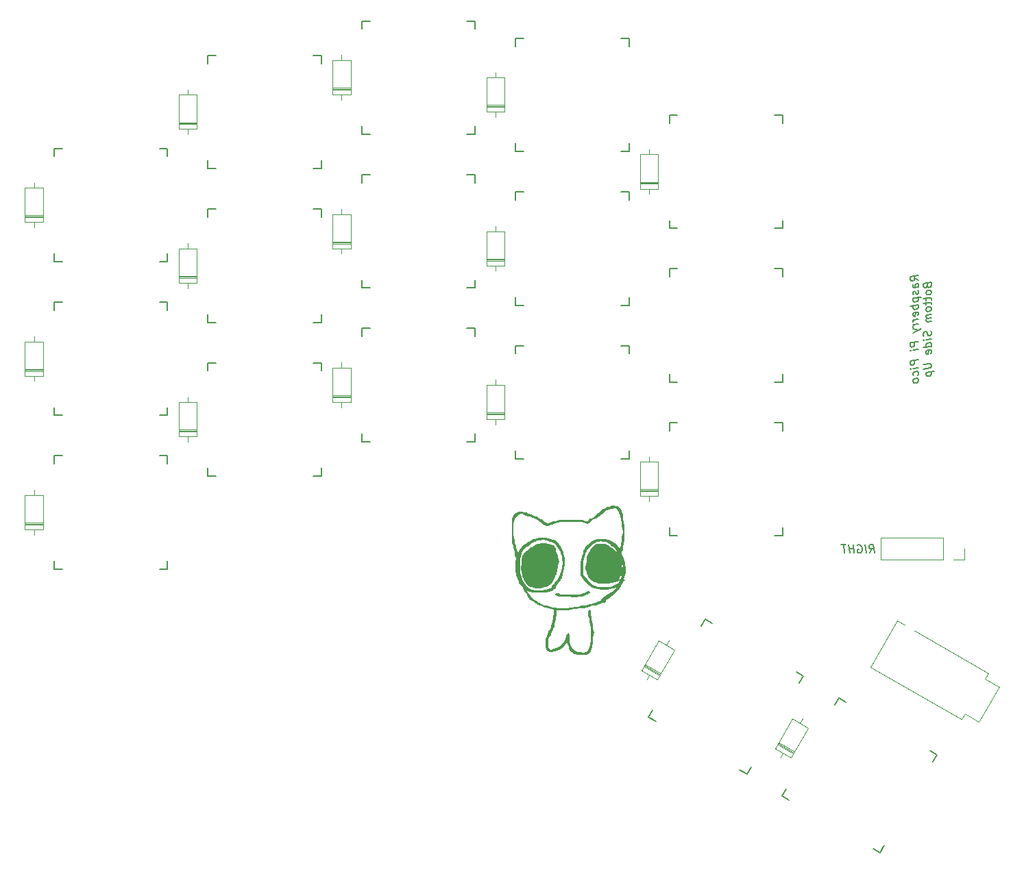
<source format=gbo>
G04 #@! TF.GenerationSoftware,KiCad,Pcbnew,7.0.10*
G04 #@! TF.CreationDate,2024-01-12T14:18:35+00:00*
G04 #@! TF.ProjectId,eobard,656f6261-7264-42e6-9b69-6361645f7063,0.2.6*
G04 #@! TF.SameCoordinates,Original*
G04 #@! TF.FileFunction,Legend,Bot*
G04 #@! TF.FilePolarity,Positive*
%FSLAX46Y46*%
G04 Gerber Fmt 4.6, Leading zero omitted, Abs format (unit mm)*
G04 Created by KiCad (PCBNEW 7.0.10) date 2024-01-12 14:18:35*
%MOMM*%
%LPD*%
G01*
G04 APERTURE LIST*
G04 Aperture macros list*
%AMHorizOval*
0 Thick line with rounded ends*
0 $1 width*
0 $2 $3 position (X,Y) of the first rounded end (center of the circle)*
0 $4 $5 position (X,Y) of the second rounded end (center of the circle)*
0 Add line between two ends*
20,1,$1,$2,$3,$4,$5,0*
0 Add two circle primitives to create the rounded ends*
1,1,$1,$2,$3*
1,1,$1,$4,$5*%
%AMRotRect*
0 Rectangle, with rotation*
0 The origin of the aperture is its center*
0 $1 length*
0 $2 width*
0 $3 Rotation angle, in degrees counterclockwise*
0 Add horizontal line*
21,1,$1,$2,0,0,$3*%
G04 Aperture macros list end*
%ADD10C,0.200000*%
%ADD11C,0.150000*%
%ADD12C,0.120000*%
%ADD13C,1.701800*%
%ADD14C,3.987800*%
%ADD15C,2.286000*%
%ADD16R,1.600000X1.600000*%
%ADD17O,1.600000X1.600000*%
%ADD18R,1.700000X1.700000*%
%ADD19O,1.700000X1.700000*%
%ADD20O,1.800000X1.800000*%
%ADD21O,1.500000X1.500000*%
%ADD22C,1.600000*%
%ADD23RotRect,1.600000X1.600000X60.000000*%
%ADD24HorizOval,1.600000X0.000000X0.000000X0.000000X0.000000X0*%
G04 APERTURE END LIST*
D10*
X184230850Y-107182219D02*
X184504660Y-106706028D01*
X184802279Y-107182219D02*
X184677279Y-106182219D01*
X184677279Y-106182219D02*
X184296326Y-106182219D01*
X184296326Y-106182219D02*
X184207041Y-106229838D01*
X184207041Y-106229838D02*
X184165374Y-106277457D01*
X184165374Y-106277457D02*
X184129660Y-106372695D01*
X184129660Y-106372695D02*
X184147517Y-106515552D01*
X184147517Y-106515552D02*
X184207041Y-106610790D01*
X184207041Y-106610790D02*
X184260612Y-106658409D01*
X184260612Y-106658409D02*
X184361802Y-106706028D01*
X184361802Y-106706028D02*
X184742755Y-106706028D01*
X183802279Y-107182219D02*
X183677279Y-106182219D01*
X182683232Y-106229838D02*
X182772517Y-106182219D01*
X182772517Y-106182219D02*
X182915374Y-106182219D01*
X182915374Y-106182219D02*
X183064184Y-106229838D01*
X183064184Y-106229838D02*
X183171327Y-106325076D01*
X183171327Y-106325076D02*
X183230851Y-106420314D01*
X183230851Y-106420314D02*
X183302279Y-106610790D01*
X183302279Y-106610790D02*
X183320136Y-106753647D01*
X183320136Y-106753647D02*
X183296327Y-106944123D01*
X183296327Y-106944123D02*
X183260612Y-107039361D01*
X183260612Y-107039361D02*
X183177279Y-107134600D01*
X183177279Y-107134600D02*
X183040374Y-107182219D01*
X183040374Y-107182219D02*
X182945136Y-107182219D01*
X182945136Y-107182219D02*
X182796327Y-107134600D01*
X182796327Y-107134600D02*
X182742755Y-107086980D01*
X182742755Y-107086980D02*
X182701089Y-106753647D01*
X182701089Y-106753647D02*
X182891565Y-106753647D01*
X182326089Y-107182219D02*
X182201089Y-106182219D01*
X182260612Y-106658409D02*
X181689184Y-106658409D01*
X181754660Y-107182219D02*
X181629660Y-106182219D01*
X181296327Y-106182219D02*
X180724898Y-106182219D01*
X181135613Y-107182219D02*
X181010613Y-106182219D01*
X190257219Y-73494047D02*
X189781028Y-73220237D01*
X190257219Y-72922618D02*
X189257219Y-73047618D01*
X189257219Y-73047618D02*
X189257219Y-73428571D01*
X189257219Y-73428571D02*
X189304838Y-73517856D01*
X189304838Y-73517856D02*
X189352457Y-73559523D01*
X189352457Y-73559523D02*
X189447695Y-73595237D01*
X189447695Y-73595237D02*
X189590552Y-73577380D01*
X189590552Y-73577380D02*
X189685790Y-73517856D01*
X189685790Y-73517856D02*
X189733409Y-73464285D01*
X189733409Y-73464285D02*
X189781028Y-73363095D01*
X189781028Y-73363095D02*
X189781028Y-72982142D01*
X190257219Y-74351190D02*
X189733409Y-74416666D01*
X189733409Y-74416666D02*
X189638171Y-74380952D01*
X189638171Y-74380952D02*
X189590552Y-74291666D01*
X189590552Y-74291666D02*
X189590552Y-74101190D01*
X189590552Y-74101190D02*
X189638171Y-73999999D01*
X190209600Y-74357142D02*
X190257219Y-74255952D01*
X190257219Y-74255952D02*
X190257219Y-74017856D01*
X190257219Y-74017856D02*
X190209600Y-73928571D01*
X190209600Y-73928571D02*
X190114361Y-73892856D01*
X190114361Y-73892856D02*
X190019123Y-73904761D01*
X190019123Y-73904761D02*
X189923885Y-73964285D01*
X189923885Y-73964285D02*
X189876266Y-74065476D01*
X189876266Y-74065476D02*
X189876266Y-74303571D01*
X189876266Y-74303571D02*
X189828647Y-74404761D01*
X190209600Y-74785714D02*
X190257219Y-74874999D01*
X190257219Y-74874999D02*
X190257219Y-75065476D01*
X190257219Y-75065476D02*
X190209600Y-75166666D01*
X190209600Y-75166666D02*
X190114361Y-75226190D01*
X190114361Y-75226190D02*
X190066742Y-75232142D01*
X190066742Y-75232142D02*
X189971504Y-75196428D01*
X189971504Y-75196428D02*
X189923885Y-75107142D01*
X189923885Y-75107142D02*
X189923885Y-74964285D01*
X189923885Y-74964285D02*
X189876266Y-74874999D01*
X189876266Y-74874999D02*
X189781028Y-74839285D01*
X189781028Y-74839285D02*
X189733409Y-74845238D01*
X189733409Y-74845238D02*
X189638171Y-74904761D01*
X189638171Y-74904761D02*
X189590552Y-75005952D01*
X189590552Y-75005952D02*
X189590552Y-75148809D01*
X189590552Y-75148809D02*
X189638171Y-75238095D01*
X189590552Y-75720238D02*
X190590552Y-75595238D01*
X189638171Y-75714285D02*
X189590552Y-75815476D01*
X189590552Y-75815476D02*
X189590552Y-76005952D01*
X189590552Y-76005952D02*
X189638171Y-76095238D01*
X189638171Y-76095238D02*
X189685790Y-76136904D01*
X189685790Y-76136904D02*
X189781028Y-76172619D01*
X189781028Y-76172619D02*
X190066742Y-76136904D01*
X190066742Y-76136904D02*
X190161980Y-76077381D01*
X190161980Y-76077381D02*
X190209600Y-76023809D01*
X190209600Y-76023809D02*
X190257219Y-75922619D01*
X190257219Y-75922619D02*
X190257219Y-75732142D01*
X190257219Y-75732142D02*
X190209600Y-75642857D01*
X190257219Y-76541666D02*
X189257219Y-76666666D01*
X189638171Y-76619047D02*
X189590552Y-76720238D01*
X189590552Y-76720238D02*
X189590552Y-76910714D01*
X189590552Y-76910714D02*
X189638171Y-77000000D01*
X189638171Y-77000000D02*
X189685790Y-77041666D01*
X189685790Y-77041666D02*
X189781028Y-77077381D01*
X189781028Y-77077381D02*
X190066742Y-77041666D01*
X190066742Y-77041666D02*
X190161980Y-76982143D01*
X190161980Y-76982143D02*
X190209600Y-76928571D01*
X190209600Y-76928571D02*
X190257219Y-76827381D01*
X190257219Y-76827381D02*
X190257219Y-76636904D01*
X190257219Y-76636904D02*
X190209600Y-76547619D01*
X190209600Y-77833333D02*
X190257219Y-77732143D01*
X190257219Y-77732143D02*
X190257219Y-77541666D01*
X190257219Y-77541666D02*
X190209600Y-77452381D01*
X190209600Y-77452381D02*
X190114361Y-77416666D01*
X190114361Y-77416666D02*
X189733409Y-77464286D01*
X189733409Y-77464286D02*
X189638171Y-77523809D01*
X189638171Y-77523809D02*
X189590552Y-77625000D01*
X189590552Y-77625000D02*
X189590552Y-77815476D01*
X189590552Y-77815476D02*
X189638171Y-77904762D01*
X189638171Y-77904762D02*
X189733409Y-77940476D01*
X189733409Y-77940476D02*
X189828647Y-77928571D01*
X189828647Y-77928571D02*
X189923885Y-77440476D01*
X190257219Y-78303571D02*
X189590552Y-78386905D01*
X189781028Y-78363095D02*
X189685790Y-78422619D01*
X189685790Y-78422619D02*
X189638171Y-78476190D01*
X189638171Y-78476190D02*
X189590552Y-78577381D01*
X189590552Y-78577381D02*
X189590552Y-78672619D01*
X190257219Y-78922619D02*
X189590552Y-79005953D01*
X189781028Y-78982143D02*
X189685790Y-79041667D01*
X189685790Y-79041667D02*
X189638171Y-79095238D01*
X189638171Y-79095238D02*
X189590552Y-79196429D01*
X189590552Y-79196429D02*
X189590552Y-79291667D01*
X189590552Y-79529763D02*
X190257219Y-79684525D01*
X189590552Y-80005953D02*
X190257219Y-79684525D01*
X190257219Y-79684525D02*
X190495314Y-79559525D01*
X190495314Y-79559525D02*
X190542933Y-79505953D01*
X190542933Y-79505953D02*
X190590552Y-79404763D01*
X190257219Y-81065477D02*
X189257219Y-81190477D01*
X189257219Y-81190477D02*
X189257219Y-81571430D01*
X189257219Y-81571430D02*
X189304838Y-81660715D01*
X189304838Y-81660715D02*
X189352457Y-81702382D01*
X189352457Y-81702382D02*
X189447695Y-81738096D01*
X189447695Y-81738096D02*
X189590552Y-81720239D01*
X189590552Y-81720239D02*
X189685790Y-81660715D01*
X189685790Y-81660715D02*
X189733409Y-81607144D01*
X189733409Y-81607144D02*
X189781028Y-81505954D01*
X189781028Y-81505954D02*
X189781028Y-81125001D01*
X190257219Y-82065477D02*
X189590552Y-82148811D01*
X189257219Y-82190477D02*
X189304838Y-82136906D01*
X189304838Y-82136906D02*
X189352457Y-82178573D01*
X189352457Y-82178573D02*
X189304838Y-82232144D01*
X189304838Y-82232144D02*
X189257219Y-82190477D01*
X189257219Y-82190477D02*
X189352457Y-82178573D01*
X190257219Y-83303572D02*
X189257219Y-83428572D01*
X189257219Y-83428572D02*
X189257219Y-83809525D01*
X189257219Y-83809525D02*
X189304838Y-83898810D01*
X189304838Y-83898810D02*
X189352457Y-83940477D01*
X189352457Y-83940477D02*
X189447695Y-83976191D01*
X189447695Y-83976191D02*
X189590552Y-83958334D01*
X189590552Y-83958334D02*
X189685790Y-83898810D01*
X189685790Y-83898810D02*
X189733409Y-83845239D01*
X189733409Y-83845239D02*
X189781028Y-83744049D01*
X189781028Y-83744049D02*
X189781028Y-83363096D01*
X190257219Y-84303572D02*
X189590552Y-84386906D01*
X189257219Y-84428572D02*
X189304838Y-84375001D01*
X189304838Y-84375001D02*
X189352457Y-84416668D01*
X189352457Y-84416668D02*
X189304838Y-84470239D01*
X189304838Y-84470239D02*
X189257219Y-84428572D01*
X189257219Y-84428572D02*
X189352457Y-84416668D01*
X190209600Y-85214286D02*
X190257219Y-85113096D01*
X190257219Y-85113096D02*
X190257219Y-84922620D01*
X190257219Y-84922620D02*
X190209600Y-84833334D01*
X190209600Y-84833334D02*
X190161980Y-84791667D01*
X190161980Y-84791667D02*
X190066742Y-84755953D01*
X190066742Y-84755953D02*
X189781028Y-84791667D01*
X189781028Y-84791667D02*
X189685790Y-84851191D01*
X189685790Y-84851191D02*
X189638171Y-84904762D01*
X189638171Y-84904762D02*
X189590552Y-85005953D01*
X189590552Y-85005953D02*
X189590552Y-85196429D01*
X189590552Y-85196429D02*
X189638171Y-85285715D01*
X190257219Y-85779763D02*
X190209600Y-85690477D01*
X190209600Y-85690477D02*
X190161980Y-85648810D01*
X190161980Y-85648810D02*
X190066742Y-85613096D01*
X190066742Y-85613096D02*
X189781028Y-85648810D01*
X189781028Y-85648810D02*
X189685790Y-85708334D01*
X189685790Y-85708334D02*
X189638171Y-85761905D01*
X189638171Y-85761905D02*
X189590552Y-85863096D01*
X189590552Y-85863096D02*
X189590552Y-86005953D01*
X189590552Y-86005953D02*
X189638171Y-86095239D01*
X189638171Y-86095239D02*
X189685790Y-86136905D01*
X189685790Y-86136905D02*
X189781028Y-86172620D01*
X189781028Y-86172620D02*
X190066742Y-86136905D01*
X190066742Y-86136905D02*
X190161980Y-86077382D01*
X190161980Y-86077382D02*
X190209600Y-86023810D01*
X190209600Y-86023810D02*
X190257219Y-85922620D01*
X190257219Y-85922620D02*
X190257219Y-85779763D01*
X191343409Y-74154761D02*
X191391028Y-74291666D01*
X191391028Y-74291666D02*
X191438647Y-74333332D01*
X191438647Y-74333332D02*
X191533885Y-74369047D01*
X191533885Y-74369047D02*
X191676742Y-74351189D01*
X191676742Y-74351189D02*
X191771980Y-74291666D01*
X191771980Y-74291666D02*
X191819600Y-74238094D01*
X191819600Y-74238094D02*
X191867219Y-74136904D01*
X191867219Y-74136904D02*
X191867219Y-73755951D01*
X191867219Y-73755951D02*
X190867219Y-73880951D01*
X190867219Y-73880951D02*
X190867219Y-74214285D01*
X190867219Y-74214285D02*
X190914838Y-74303570D01*
X190914838Y-74303570D02*
X190962457Y-74345237D01*
X190962457Y-74345237D02*
X191057695Y-74380951D01*
X191057695Y-74380951D02*
X191152933Y-74369047D01*
X191152933Y-74369047D02*
X191248171Y-74309523D01*
X191248171Y-74309523D02*
X191295790Y-74255951D01*
X191295790Y-74255951D02*
X191343409Y-74154761D01*
X191343409Y-74154761D02*
X191343409Y-73821428D01*
X191867219Y-74898809D02*
X191819600Y-74809523D01*
X191819600Y-74809523D02*
X191771980Y-74767856D01*
X191771980Y-74767856D02*
X191676742Y-74732142D01*
X191676742Y-74732142D02*
X191391028Y-74767856D01*
X191391028Y-74767856D02*
X191295790Y-74827380D01*
X191295790Y-74827380D02*
X191248171Y-74880951D01*
X191248171Y-74880951D02*
X191200552Y-74982142D01*
X191200552Y-74982142D02*
X191200552Y-75124999D01*
X191200552Y-75124999D02*
X191248171Y-75214285D01*
X191248171Y-75214285D02*
X191295790Y-75255951D01*
X191295790Y-75255951D02*
X191391028Y-75291666D01*
X191391028Y-75291666D02*
X191676742Y-75255951D01*
X191676742Y-75255951D02*
X191771980Y-75196428D01*
X191771980Y-75196428D02*
X191819600Y-75142856D01*
X191819600Y-75142856D02*
X191867219Y-75041666D01*
X191867219Y-75041666D02*
X191867219Y-74898809D01*
X191200552Y-75601190D02*
X191200552Y-75982142D01*
X190867219Y-75785713D02*
X191724361Y-75678571D01*
X191724361Y-75678571D02*
X191819600Y-75714285D01*
X191819600Y-75714285D02*
X191867219Y-75803571D01*
X191867219Y-75803571D02*
X191867219Y-75898809D01*
X191200552Y-76172619D02*
X191200552Y-76553571D01*
X190867219Y-76357142D02*
X191724361Y-76250000D01*
X191724361Y-76250000D02*
X191819600Y-76285714D01*
X191819600Y-76285714D02*
X191867219Y-76375000D01*
X191867219Y-76375000D02*
X191867219Y-76470238D01*
X191867219Y-76946429D02*
X191819600Y-76857143D01*
X191819600Y-76857143D02*
X191771980Y-76815476D01*
X191771980Y-76815476D02*
X191676742Y-76779762D01*
X191676742Y-76779762D02*
X191391028Y-76815476D01*
X191391028Y-76815476D02*
X191295790Y-76875000D01*
X191295790Y-76875000D02*
X191248171Y-76928571D01*
X191248171Y-76928571D02*
X191200552Y-77029762D01*
X191200552Y-77029762D02*
X191200552Y-77172619D01*
X191200552Y-77172619D02*
X191248171Y-77261905D01*
X191248171Y-77261905D02*
X191295790Y-77303571D01*
X191295790Y-77303571D02*
X191391028Y-77339286D01*
X191391028Y-77339286D02*
X191676742Y-77303571D01*
X191676742Y-77303571D02*
X191771980Y-77244048D01*
X191771980Y-77244048D02*
X191819600Y-77190476D01*
X191819600Y-77190476D02*
X191867219Y-77089286D01*
X191867219Y-77089286D02*
X191867219Y-76946429D01*
X191867219Y-77708333D02*
X191200552Y-77791667D01*
X191295790Y-77779762D02*
X191248171Y-77833333D01*
X191248171Y-77833333D02*
X191200552Y-77934524D01*
X191200552Y-77934524D02*
X191200552Y-78077381D01*
X191200552Y-78077381D02*
X191248171Y-78166667D01*
X191248171Y-78166667D02*
X191343409Y-78202381D01*
X191343409Y-78202381D02*
X191867219Y-78136905D01*
X191343409Y-78202381D02*
X191248171Y-78261905D01*
X191248171Y-78261905D02*
X191200552Y-78363095D01*
X191200552Y-78363095D02*
X191200552Y-78505952D01*
X191200552Y-78505952D02*
X191248171Y-78595238D01*
X191248171Y-78595238D02*
X191343409Y-78630952D01*
X191343409Y-78630952D02*
X191867219Y-78565476D01*
X191819600Y-79761905D02*
X191867219Y-79898809D01*
X191867219Y-79898809D02*
X191867219Y-80136905D01*
X191867219Y-80136905D02*
X191819600Y-80238095D01*
X191819600Y-80238095D02*
X191771980Y-80291667D01*
X191771980Y-80291667D02*
X191676742Y-80351190D01*
X191676742Y-80351190D02*
X191581504Y-80363095D01*
X191581504Y-80363095D02*
X191486266Y-80327381D01*
X191486266Y-80327381D02*
X191438647Y-80285714D01*
X191438647Y-80285714D02*
X191391028Y-80196429D01*
X191391028Y-80196429D02*
X191343409Y-80011905D01*
X191343409Y-80011905D02*
X191295790Y-79922619D01*
X191295790Y-79922619D02*
X191248171Y-79880952D01*
X191248171Y-79880952D02*
X191152933Y-79845238D01*
X191152933Y-79845238D02*
X191057695Y-79857143D01*
X191057695Y-79857143D02*
X190962457Y-79916667D01*
X190962457Y-79916667D02*
X190914838Y-79970238D01*
X190914838Y-79970238D02*
X190867219Y-80071429D01*
X190867219Y-80071429D02*
X190867219Y-80309524D01*
X190867219Y-80309524D02*
X190914838Y-80446429D01*
X191867219Y-80755952D02*
X191200552Y-80839286D01*
X190867219Y-80880952D02*
X190914838Y-80827381D01*
X190914838Y-80827381D02*
X190962457Y-80869048D01*
X190962457Y-80869048D02*
X190914838Y-80922619D01*
X190914838Y-80922619D02*
X190867219Y-80880952D01*
X190867219Y-80880952D02*
X190962457Y-80869048D01*
X191867219Y-81660714D02*
X190867219Y-81785714D01*
X191819600Y-81666666D02*
X191867219Y-81565476D01*
X191867219Y-81565476D02*
X191867219Y-81375000D01*
X191867219Y-81375000D02*
X191819600Y-81285714D01*
X191819600Y-81285714D02*
X191771980Y-81244047D01*
X191771980Y-81244047D02*
X191676742Y-81208333D01*
X191676742Y-81208333D02*
X191391028Y-81244047D01*
X191391028Y-81244047D02*
X191295790Y-81303571D01*
X191295790Y-81303571D02*
X191248171Y-81357142D01*
X191248171Y-81357142D02*
X191200552Y-81458333D01*
X191200552Y-81458333D02*
X191200552Y-81648809D01*
X191200552Y-81648809D02*
X191248171Y-81738095D01*
X191819600Y-82523809D02*
X191867219Y-82422619D01*
X191867219Y-82422619D02*
X191867219Y-82232142D01*
X191867219Y-82232142D02*
X191819600Y-82142857D01*
X191819600Y-82142857D02*
X191724361Y-82107142D01*
X191724361Y-82107142D02*
X191343409Y-82154762D01*
X191343409Y-82154762D02*
X191248171Y-82214285D01*
X191248171Y-82214285D02*
X191200552Y-82315476D01*
X191200552Y-82315476D02*
X191200552Y-82505952D01*
X191200552Y-82505952D02*
X191248171Y-82595238D01*
X191248171Y-82595238D02*
X191343409Y-82630952D01*
X191343409Y-82630952D02*
X191438647Y-82619047D01*
X191438647Y-82619047D02*
X191533885Y-82130952D01*
X190867219Y-83880952D02*
X191676742Y-83779762D01*
X191676742Y-83779762D02*
X191771980Y-83815476D01*
X191771980Y-83815476D02*
X191819600Y-83857143D01*
X191819600Y-83857143D02*
X191867219Y-83946429D01*
X191867219Y-83946429D02*
X191867219Y-84136905D01*
X191867219Y-84136905D02*
X191819600Y-84238095D01*
X191819600Y-84238095D02*
X191771980Y-84291667D01*
X191771980Y-84291667D02*
X191676742Y-84351190D01*
X191676742Y-84351190D02*
X190867219Y-84452381D01*
X191200552Y-84886905D02*
X192200552Y-84761905D01*
X191248171Y-84880952D02*
X191200552Y-84982143D01*
X191200552Y-84982143D02*
X191200552Y-85172619D01*
X191200552Y-85172619D02*
X191248171Y-85261905D01*
X191248171Y-85261905D02*
X191295790Y-85303571D01*
X191295790Y-85303571D02*
X191391028Y-85339286D01*
X191391028Y-85339286D02*
X191676742Y-85303571D01*
X191676742Y-85303571D02*
X191771980Y-85244048D01*
X191771980Y-85244048D02*
X191819600Y-85190476D01*
X191819600Y-85190476D02*
X191867219Y-85089286D01*
X191867219Y-85089286D02*
X191867219Y-84898809D01*
X191867219Y-84898809D02*
X191819600Y-84809524D01*
D11*
X102500000Y-45695000D02*
X103500000Y-45695000D01*
X102500000Y-46695000D02*
X102500000Y-45695000D01*
X102500000Y-59695000D02*
X102500000Y-58695000D01*
X103500000Y-59695000D02*
X102500000Y-59695000D01*
X115500000Y-45695000D02*
X116500000Y-45695000D01*
X116500000Y-45695000D02*
X116500000Y-46695000D01*
X116500000Y-58695000D02*
X116500000Y-59695000D01*
X116500000Y-59695000D02*
X115500000Y-59695000D01*
X121500000Y-60445000D02*
X122500000Y-60445000D01*
X121500000Y-61445000D02*
X121500000Y-60445000D01*
X121500000Y-74445000D02*
X121500000Y-73445000D01*
X122500000Y-74445000D02*
X121500000Y-74445000D01*
X134500000Y-60445000D02*
X135500000Y-60445000D01*
X135500000Y-60445000D02*
X135500000Y-61445000D01*
X135500000Y-73445000D02*
X135500000Y-74445000D01*
X135500000Y-74445000D02*
X134500000Y-74445000D01*
X102500000Y-64695000D02*
X103500000Y-64695000D01*
X102500000Y-65695000D02*
X102500000Y-64695000D01*
X102500000Y-78695000D02*
X102500000Y-77695000D01*
X103500000Y-78695000D02*
X102500000Y-78695000D01*
X115500000Y-64695000D02*
X116500000Y-64695000D01*
X116500000Y-64695000D02*
X116500000Y-65695000D01*
X116500000Y-77695000D02*
X116500000Y-78695000D01*
X116500000Y-78695000D02*
X115500000Y-78695000D01*
X159500000Y-91070000D02*
X160500000Y-91070000D01*
X159500000Y-92070000D02*
X159500000Y-91070000D01*
X159500000Y-105070000D02*
X159500000Y-104070000D01*
X160500000Y-105070000D02*
X159500000Y-105070000D01*
X172500000Y-91070000D02*
X173500000Y-91070000D01*
X173500000Y-91070000D02*
X173500000Y-92070000D01*
X173500000Y-104070000D02*
X173500000Y-105070000D01*
X173500000Y-105070000D02*
X172500000Y-105070000D01*
X140500000Y-81570000D02*
X141500000Y-81570000D01*
X140500000Y-82570000D02*
X140500000Y-81570000D01*
X140500000Y-95570000D02*
X140500000Y-94570000D01*
X141500000Y-95570000D02*
X140500000Y-95570000D01*
X153500000Y-81570000D02*
X154500000Y-81570000D01*
X154500000Y-81570000D02*
X154500000Y-82570000D01*
X154500000Y-94570000D02*
X154500000Y-95570000D01*
X154500000Y-95570000D02*
X153500000Y-95570000D01*
X140500000Y-43570000D02*
X141500000Y-43570000D01*
X140500000Y-44570000D02*
X140500000Y-43570000D01*
X140500000Y-57570000D02*
X140500000Y-56570000D01*
X141500000Y-57570000D02*
X140500000Y-57570000D01*
X153500000Y-43570000D02*
X154500000Y-43570000D01*
X154500000Y-43570000D02*
X154500000Y-44570000D01*
X154500000Y-56570000D02*
X154500000Y-57570000D01*
X154500000Y-57570000D02*
X153500000Y-57570000D01*
X140500000Y-62570000D02*
X141500000Y-62570000D01*
X140500000Y-63570000D02*
X140500000Y-62570000D01*
X140500000Y-76570000D02*
X140500000Y-75570000D01*
X141500000Y-76570000D02*
X140500000Y-76570000D01*
X153500000Y-62570000D02*
X154500000Y-62570000D01*
X154500000Y-62570000D02*
X154500000Y-63570000D01*
X154500000Y-75570000D02*
X154500000Y-76570000D01*
X154500000Y-76570000D02*
X153500000Y-76570000D01*
X180413822Y-125110822D02*
X181279848Y-125610822D01*
X179913822Y-125976848D02*
X180413822Y-125110822D01*
X173413822Y-137235178D02*
X173913822Y-136369152D01*
X174279848Y-137735178D02*
X173413822Y-137235178D01*
X191672152Y-131610822D02*
X192538178Y-132110822D01*
X192538178Y-132110822D02*
X192038178Y-132976848D01*
X186038178Y-143369152D02*
X185538178Y-144235178D01*
X185538178Y-144235178D02*
X184672152Y-143735178D01*
X83500000Y-57195000D02*
X84500000Y-57195000D01*
X83500000Y-58195000D02*
X83500000Y-57195000D01*
X83500000Y-71195000D02*
X83500000Y-70195000D01*
X84500000Y-71195000D02*
X83500000Y-71195000D01*
X96500000Y-57195000D02*
X97500000Y-57195000D01*
X97500000Y-57195000D02*
X97500000Y-58195000D01*
X97500000Y-70195000D02*
X97500000Y-71195000D01*
X97500000Y-71195000D02*
X96500000Y-71195000D01*
X83500000Y-76195000D02*
X84500000Y-76195000D01*
X83500000Y-77195000D02*
X83500000Y-76195000D01*
X83500000Y-90195000D02*
X83500000Y-89195000D01*
X84500000Y-90195000D02*
X83500000Y-90195000D01*
X96500000Y-76195000D02*
X97500000Y-76195000D01*
X97500000Y-76195000D02*
X97500000Y-77195000D01*
X97500000Y-89195000D02*
X97500000Y-90195000D01*
X97500000Y-90195000D02*
X96500000Y-90195000D01*
X102500000Y-83695000D02*
X103500000Y-83695000D01*
X102500000Y-84695000D02*
X102500000Y-83695000D01*
X102500000Y-97695000D02*
X102500000Y-96695000D01*
X103500000Y-97695000D02*
X102500000Y-97695000D01*
X115500000Y-83695000D02*
X116500000Y-83695000D01*
X116500000Y-83695000D02*
X116500000Y-84695000D01*
X116500000Y-96695000D02*
X116500000Y-97695000D01*
X116500000Y-97695000D02*
X115500000Y-97695000D01*
X159500000Y-72070000D02*
X160500000Y-72070000D01*
X159500000Y-73070000D02*
X159500000Y-72070000D01*
X159500000Y-86070000D02*
X159500000Y-85070000D01*
X160500000Y-86070000D02*
X159500000Y-86070000D01*
X172500000Y-72070000D02*
X173500000Y-72070000D01*
X173500000Y-72070000D02*
X173500000Y-73070000D01*
X173500000Y-85070000D02*
X173500000Y-86070000D01*
X173500000Y-86070000D02*
X172500000Y-86070000D01*
X121500000Y-79445000D02*
X122500000Y-79445000D01*
X121500000Y-80445000D02*
X121500000Y-79445000D01*
X121500000Y-93445000D02*
X121500000Y-92445000D01*
X122500000Y-93445000D02*
X121500000Y-93445000D01*
X134500000Y-79445000D02*
X135500000Y-79445000D01*
X135500000Y-79445000D02*
X135500000Y-80445000D01*
X135500000Y-92445000D02*
X135500000Y-93445000D01*
X135500000Y-93445000D02*
X134500000Y-93445000D01*
X163937822Y-115377822D02*
X164803848Y-115877822D01*
X163437822Y-116243848D02*
X163937822Y-115377822D01*
X156937822Y-127502178D02*
X157437822Y-126636152D01*
X157803848Y-128002178D02*
X156937822Y-127502178D01*
X175196152Y-121877822D02*
X176062178Y-122377822D01*
X176062178Y-122377822D02*
X175562178Y-123243848D01*
X169562178Y-133636152D02*
X169062178Y-134502178D01*
X169062178Y-134502178D02*
X168196152Y-134002178D01*
X83500000Y-95195000D02*
X84500000Y-95195000D01*
X83500000Y-96195000D02*
X83500000Y-95195000D01*
X83500000Y-109195000D02*
X83500000Y-108195000D01*
X84500000Y-109195000D02*
X83500000Y-109195000D01*
X96500000Y-95195000D02*
X97500000Y-95195000D01*
X97500000Y-95195000D02*
X97500000Y-96195000D01*
X97500000Y-108195000D02*
X97500000Y-109195000D01*
X97500000Y-109195000D02*
X96500000Y-109195000D01*
X121500000Y-41445000D02*
X122500000Y-41445000D01*
X121500000Y-42445000D02*
X121500000Y-41445000D01*
X121500000Y-55445000D02*
X121500000Y-54445000D01*
X122500000Y-55445000D02*
X121500000Y-55445000D01*
X134500000Y-41445000D02*
X135500000Y-41445000D01*
X135500000Y-41445000D02*
X135500000Y-42445000D01*
X135500000Y-54445000D02*
X135500000Y-55445000D01*
X135500000Y-55445000D02*
X134500000Y-55445000D01*
X159500000Y-53070000D02*
X160500000Y-53070000D01*
X159500000Y-54070000D02*
X159500000Y-53070000D01*
X159500000Y-67070000D02*
X159500000Y-66070000D01*
X160500000Y-67070000D02*
X159500000Y-67070000D01*
X172500000Y-53070000D02*
X173500000Y-53070000D01*
X173500000Y-53070000D02*
X173500000Y-54070000D01*
X173500000Y-66070000D02*
X173500000Y-67070000D01*
X173500000Y-67070000D02*
X172500000Y-67070000D01*
D12*
X138000000Y-72330000D02*
X138000000Y-71680000D01*
X136880000Y-71680000D02*
X136880000Y-67440000D01*
X139120000Y-71680000D02*
X136880000Y-71680000D01*
X139120000Y-71080000D02*
X136880000Y-71080000D01*
X139120000Y-70960000D02*
X136880000Y-70960000D01*
X139120000Y-70840000D02*
X136880000Y-70840000D01*
X136880000Y-67440000D02*
X139120000Y-67440000D01*
X139120000Y-67440000D02*
X139120000Y-71680000D01*
X138000000Y-66790000D02*
X138000000Y-67440000D01*
X173209000Y-132499891D02*
X173534000Y-131936974D01*
X172564052Y-131376974D02*
X174684052Y-127705026D01*
X174503948Y-132496974D02*
X172564052Y-131376974D01*
X174803948Y-131977359D02*
X172864052Y-130857359D01*
X174863948Y-131873436D02*
X172924052Y-130753436D01*
X174923948Y-131769513D02*
X172984052Y-130649513D01*
X174684052Y-127705026D02*
X176623948Y-128825026D01*
X176623948Y-128825026D02*
X174503948Y-132496974D01*
X175979000Y-127702110D02*
X175654000Y-128265026D01*
X157000000Y-62830000D02*
X157000000Y-62180000D01*
X155880000Y-62180000D02*
X155880000Y-57940000D01*
X158120000Y-62180000D02*
X155880000Y-62180000D01*
X158120000Y-61580000D02*
X155880000Y-61580000D01*
X158120000Y-61460000D02*
X155880000Y-61460000D01*
X158120000Y-61340000D02*
X155880000Y-61340000D01*
X155880000Y-57940000D02*
X158120000Y-57940000D01*
X158120000Y-57940000D02*
X158120000Y-62180000D01*
X157000000Y-57290000D02*
X157000000Y-57940000D01*
X156699000Y-122847891D02*
X157024000Y-122284974D01*
X156054052Y-121724974D02*
X158174052Y-118053026D01*
X157993948Y-122844974D02*
X156054052Y-121724974D01*
X158293948Y-122325359D02*
X156354052Y-121205359D01*
X158353948Y-122221436D02*
X156414052Y-121101436D01*
X158413948Y-122117513D02*
X156474052Y-120997513D01*
X158174052Y-118053026D02*
X160113948Y-119173026D01*
X160113948Y-119173026D02*
X157993948Y-122844974D01*
X159469000Y-118050110D02*
X159144000Y-118613026D01*
X81000000Y-66955000D02*
X81000000Y-66305000D01*
X79880000Y-66305000D02*
X79880000Y-62065000D01*
X82120000Y-66305000D02*
X79880000Y-66305000D01*
X82120000Y-65705000D02*
X79880000Y-65705000D01*
X82120000Y-65585000D02*
X79880000Y-65585000D01*
X82120000Y-65465000D02*
X79880000Y-65465000D01*
X79880000Y-62065000D02*
X82120000Y-62065000D01*
X82120000Y-62065000D02*
X82120000Y-66305000D01*
X81000000Y-61415000D02*
X81000000Y-62065000D01*
X119000000Y-51205000D02*
X119000000Y-50555000D01*
X117880000Y-50555000D02*
X117880000Y-46315000D01*
X120120000Y-50555000D02*
X117880000Y-50555000D01*
X120120000Y-49955000D02*
X117880000Y-49955000D01*
X120120000Y-49835000D02*
X117880000Y-49835000D01*
X120120000Y-49715000D02*
X117880000Y-49715000D01*
X117880000Y-46315000D02*
X120120000Y-46315000D01*
X120120000Y-46315000D02*
X120120000Y-50555000D01*
X119000000Y-45665000D02*
X119000000Y-46315000D01*
X81000000Y-104955000D02*
X81000000Y-104305000D01*
X79880000Y-104305000D02*
X79880000Y-100065000D01*
X82120000Y-104305000D02*
X79880000Y-104305000D01*
X82120000Y-103705000D02*
X79880000Y-103705000D01*
X82120000Y-103585000D02*
X79880000Y-103585000D01*
X82120000Y-103465000D02*
X79880000Y-103465000D01*
X79880000Y-100065000D02*
X82120000Y-100065000D01*
X82120000Y-100065000D02*
X82120000Y-104305000D01*
X81000000Y-99415000D02*
X81000000Y-100065000D01*
X100000000Y-74455000D02*
X100000000Y-73805000D01*
X98880000Y-73805000D02*
X98880000Y-69565000D01*
X101120000Y-73805000D02*
X98880000Y-73805000D01*
X101120000Y-73205000D02*
X98880000Y-73205000D01*
X101120000Y-73085000D02*
X98880000Y-73085000D01*
X101120000Y-72965000D02*
X98880000Y-72965000D01*
X98880000Y-69565000D02*
X101120000Y-69565000D01*
X101120000Y-69565000D02*
X101120000Y-73805000D01*
X100000000Y-68915000D02*
X100000000Y-69565000D01*
X138000000Y-53330000D02*
X138000000Y-52680000D01*
X136880000Y-52680000D02*
X136880000Y-48440000D01*
X139120000Y-52680000D02*
X136880000Y-52680000D01*
X139120000Y-52080000D02*
X136880000Y-52080000D01*
X139120000Y-51960000D02*
X136880000Y-51960000D01*
X139120000Y-51840000D02*
X136880000Y-51840000D01*
X136880000Y-48440000D02*
X139120000Y-48440000D01*
X139120000Y-48440000D02*
X139120000Y-52680000D01*
X138000000Y-47790000D02*
X138000000Y-48440000D01*
X119000000Y-89205000D02*
X119000000Y-88555000D01*
X117880000Y-88555000D02*
X117880000Y-84315000D01*
X120120000Y-88555000D02*
X117880000Y-88555000D01*
X120120000Y-87955000D02*
X117880000Y-87955000D01*
X120120000Y-87835000D02*
X117880000Y-87835000D01*
X120120000Y-87715000D02*
X117880000Y-87715000D01*
X117880000Y-84315000D02*
X120120000Y-84315000D01*
X120120000Y-84315000D02*
X120120000Y-88555000D01*
X119000000Y-83665000D02*
X119000000Y-84315000D01*
G36*
X149593410Y-111946931D02*
G01*
X149690729Y-112000008D01*
X149686528Y-112090105D01*
X149585661Y-112200795D01*
X149392981Y-112315648D01*
X149281431Y-112366470D01*
X149116697Y-112435031D01*
X149019422Y-112466704D01*
X148997607Y-112471257D01*
X148899512Y-112521506D01*
X148884517Y-112530733D01*
X148771573Y-112555554D01*
X148600534Y-112565983D01*
X148549676Y-112567040D01*
X148378029Y-112583364D01*
X148272883Y-112612904D01*
X148248667Y-112621470D01*
X148115377Y-112637755D01*
X147903838Y-112645939D01*
X147647267Y-112644351D01*
X147531945Y-112641307D01*
X147179756Y-112631869D01*
X146793105Y-112621357D01*
X146436946Y-112611530D01*
X146235108Y-112603275D01*
X145978696Y-112584500D01*
X145785394Y-112560329D01*
X145686207Y-112533964D01*
X145634164Y-112505554D01*
X145508430Y-112461996D01*
X145483163Y-112457476D01*
X145386195Y-112401468D01*
X145394988Y-112286196D01*
X145416372Y-112256532D01*
X145533635Y-112205401D01*
X145701658Y-112189215D01*
X145870350Y-112209519D01*
X145989618Y-112267857D01*
X145996474Y-112272883D01*
X146103985Y-112299485D01*
X146308560Y-112320494D01*
X146586288Y-112335824D01*
X146913258Y-112345391D01*
X147265559Y-112349110D01*
X147619281Y-112346895D01*
X147950512Y-112338663D01*
X148235341Y-112324328D01*
X148449857Y-112303806D01*
X148570150Y-112277012D01*
X148850814Y-112149802D01*
X149095190Y-112045263D01*
X149270176Y-111980903D01*
X149398812Y-111948395D01*
X149504137Y-111939409D01*
X149593410Y-111946931D01*
G37*
G36*
X144147130Y-106003783D02*
G01*
X144622660Y-106062167D01*
X144659460Y-106069017D01*
X144909640Y-106131659D01*
X145094333Y-106221396D01*
X145266804Y-106363115D01*
X145344228Y-106441327D01*
X145456170Y-106595337D01*
X145472551Y-106716635D01*
X145467372Y-106790737D01*
X145495269Y-106973852D01*
X145556942Y-107178270D01*
X145637506Y-107347100D01*
X145649920Y-107373416D01*
X145687042Y-107507153D01*
X145720066Y-107691189D01*
X145729574Y-107751523D01*
X145775613Y-107957328D01*
X145828832Y-108111373D01*
X145867270Y-108236571D01*
X145825739Y-108373575D01*
X145817284Y-108389846D01*
X145777000Y-108528316D01*
X145738849Y-108743869D01*
X145710100Y-108997298D01*
X145703658Y-109068561D01*
X145675787Y-109296128D01*
X145644173Y-109462748D01*
X145614487Y-109536449D01*
X145588790Y-109565440D01*
X145560950Y-109675244D01*
X145542038Y-109758350D01*
X145476779Y-109925578D01*
X145381051Y-110125123D01*
X145300476Y-110285818D01*
X145209060Y-110485555D01*
X145155191Y-110625616D01*
X145145562Y-110653549D01*
X145062865Y-110803695D01*
X144942466Y-110957659D01*
X144817186Y-111077707D01*
X144719847Y-111126109D01*
X144665281Y-111149420D01*
X144579456Y-111243485D01*
X144565865Y-111262173D01*
X144425755Y-111348497D01*
X144172858Y-111402504D01*
X144046013Y-111421571D01*
X143859247Y-111462046D01*
X143746259Y-111503135D01*
X143728465Y-111511977D01*
X143596717Y-111540745D01*
X143399365Y-111557225D01*
X143174441Y-111561477D01*
X142959974Y-111553563D01*
X142793994Y-111533543D01*
X142714532Y-111501478D01*
X142674749Y-111467858D01*
X142555376Y-111438916D01*
X142542459Y-111438377D01*
X142391330Y-111392884D01*
X142199571Y-111292405D01*
X142006194Y-111162769D01*
X141850208Y-111029804D01*
X141770625Y-110919339D01*
X141708586Y-110783995D01*
X141605416Y-110625616D01*
X141462399Y-110399190D01*
X141349508Y-110121369D01*
X141306897Y-109870929D01*
X141290167Y-109740863D01*
X141244335Y-109655911D01*
X141225927Y-109626456D01*
X141200439Y-109495816D01*
X141186315Y-109298171D01*
X141183573Y-109070977D01*
X141192231Y-108851685D01*
X141212307Y-108677750D01*
X141243819Y-108586625D01*
X141272030Y-108510179D01*
X141233585Y-108333092D01*
X141197566Y-108184188D01*
X141214886Y-108022896D01*
X141246051Y-107946957D01*
X141278087Y-107841626D01*
X141291150Y-107782313D01*
X141355714Y-107599297D01*
X141438350Y-107434976D01*
X141467685Y-107385104D01*
X141533026Y-107247291D01*
X141591863Y-107167373D01*
X141721631Y-107040387D01*
X141889160Y-106896274D01*
X142062546Y-106761085D01*
X142209884Y-106660869D01*
X142299270Y-106621675D01*
X142321768Y-106618453D01*
X142370444Y-106559113D01*
X142375147Y-106537392D01*
X142445667Y-106496552D01*
X142469289Y-106491110D01*
X142577705Y-106425661D01*
X142713500Y-106309868D01*
X142723376Y-106300528D01*
X142962196Y-106152686D01*
X143294216Y-106051986D01*
X143696754Y-106001370D01*
X144147130Y-106003783D01*
G37*
G36*
X153966141Y-104638362D02*
G01*
X153963162Y-104968147D01*
X153954489Y-105278139D01*
X153940243Y-105542082D01*
X153920542Y-105733723D01*
X153895505Y-105826805D01*
X153889479Y-105836589D01*
X153856420Y-105951888D01*
X153824844Y-106148767D01*
X153800858Y-106390829D01*
X153797104Y-106439444D01*
X153771354Y-106675395D01*
X153739393Y-106858978D01*
X153707255Y-106953883D01*
X153638676Y-107074347D01*
X153610995Y-107303208D01*
X153648508Y-107403695D01*
X153695931Y-107530727D01*
X153702440Y-107540791D01*
X153784676Y-107707400D01*
X153818800Y-107852053D01*
X153831305Y-107937234D01*
X153880624Y-108008457D01*
X153910674Y-108041477D01*
X153959743Y-108178866D01*
X154006910Y-108395397D01*
X154049047Y-108662727D01*
X154083029Y-108952513D01*
X154105729Y-109236414D01*
X154111645Y-109414568D01*
X154114020Y-109486084D01*
X154104776Y-109673183D01*
X154074870Y-109769366D01*
X154048098Y-109803972D01*
X154006511Y-109934311D01*
X153986303Y-110022904D01*
X153979083Y-110054559D01*
X153912669Y-110210477D01*
X153875395Y-110282619D01*
X153828675Y-110389766D01*
X153841210Y-110431106D01*
X153913054Y-110437931D01*
X153977048Y-110453551D01*
X154001343Y-110522190D01*
X153928695Y-110606867D01*
X153887264Y-110648705D01*
X153795606Y-110781322D01*
X153694089Y-110960880D01*
X153631366Y-111082322D01*
X153489755Y-111349062D01*
X153379657Y-111537744D01*
X153284019Y-111673615D01*
X153185788Y-111781921D01*
X153067910Y-111887909D01*
X153031828Y-111918870D01*
X152851969Y-112078015D01*
X152631673Y-112278043D01*
X152410543Y-112483100D01*
X152336096Y-112551608D01*
X152128208Y-112730056D01*
X151943118Y-112872139D01*
X151813806Y-112951943D01*
X151684702Y-113036725D01*
X151629557Y-113174632D01*
X151629360Y-113188073D01*
X151593417Y-113288714D01*
X151472926Y-113315764D01*
X151440991Y-113317800D01*
X151269923Y-113360412D01*
X151082843Y-113440887D01*
X151032259Y-113466760D01*
X150863262Y-113537578D01*
X150742673Y-113566010D01*
X150686589Y-113573761D01*
X150597291Y-113628572D01*
X150574455Y-113646403D01*
X150453520Y-113678441D01*
X150274803Y-113691133D01*
X150209494Y-113693193D01*
X149993070Y-113723356D01*
X149824924Y-113778049D01*
X149748541Y-113813656D01*
X149538031Y-113884079D01*
X149251520Y-113949355D01*
X148876739Y-114011669D01*
X148401422Y-114073204D01*
X147813301Y-114136145D01*
X147611531Y-114158333D01*
X147351748Y-114193741D01*
X147153261Y-114229008D01*
X147047770Y-114259044D01*
X147012268Y-114271742D01*
X146862081Y-114295044D01*
X146643694Y-114309556D01*
X146389282Y-114315389D01*
X146131022Y-114312657D01*
X145901092Y-114301471D01*
X145731668Y-114281944D01*
X145654926Y-114254187D01*
X145618490Y-114206837D01*
X145576277Y-114206705D01*
X145547693Y-114301737D01*
X145530393Y-114501862D01*
X145522033Y-114817007D01*
X145517397Y-114990367D01*
X145501124Y-115240815D01*
X145476848Y-115428550D01*
X145447853Y-115522370D01*
X145419054Y-115579190D01*
X145373462Y-115739031D01*
X145337112Y-115944914D01*
X145315005Y-116078714D01*
X145264054Y-116279678D01*
X145207967Y-116410842D01*
X145157268Y-116505067D01*
X145123153Y-116636717D01*
X145119312Y-116665314D01*
X145066704Y-116799634D01*
X144972088Y-116961797D01*
X144933466Y-117022241D01*
X144868108Y-117153379D01*
X144860793Y-117224175D01*
X144870960Y-117241235D01*
X144839814Y-117307513D01*
X144759640Y-117387881D01*
X144642417Y-117610525D01*
X144557358Y-117920734D01*
X144511988Y-118295824D01*
X144501353Y-118501675D01*
X144501374Y-118683530D01*
X144524323Y-118805218D01*
X144578280Y-118903143D01*
X144671325Y-119013711D01*
X144700449Y-119045968D01*
X144816179Y-119156400D01*
X144904967Y-119186994D01*
X145007135Y-119154677D01*
X145060493Y-119130744D01*
X145240295Y-119057794D01*
X145446673Y-118980912D01*
X145541530Y-118944039D01*
X145712756Y-118860326D01*
X145814063Y-118786609D01*
X145863794Y-118739604D01*
X145962503Y-118696059D01*
X145980650Y-118692009D01*
X146081106Y-118625301D01*
X146215594Y-118502594D01*
X146351741Y-118357649D01*
X146457170Y-118224224D01*
X146499508Y-118136080D01*
X146503551Y-118110372D01*
X146547634Y-117986178D01*
X146624631Y-117820197D01*
X146651565Y-117764141D01*
X146722376Y-117577008D01*
X146751744Y-117431680D01*
X146791326Y-117262100D01*
X146890570Y-117124806D01*
X147017774Y-117069458D01*
X147056996Y-117081590D01*
X147097040Y-117150844D01*
X147124262Y-117301058D01*
X147144430Y-117554311D01*
X147190575Y-118061913D01*
X147276668Y-118516888D01*
X147407022Y-118870803D01*
X147589305Y-119134418D01*
X147831185Y-119318495D01*
X148140330Y-119433796D01*
X148524407Y-119491084D01*
X148849187Y-119496520D01*
X149161736Y-119445452D01*
X149373047Y-119332062D01*
X149478617Y-119157923D01*
X149524356Y-119014273D01*
X149605581Y-118825352D01*
X149606296Y-118823975D01*
X149665112Y-118645630D01*
X149689763Y-118442685D01*
X149690072Y-118421969D01*
X149711075Y-118258139D01*
X149754838Y-118155902D01*
X149777423Y-118085864D01*
X149797344Y-117915697D01*
X149811343Y-117675576D01*
X149819285Y-117393344D01*
X149821040Y-117096842D01*
X149816475Y-116813911D01*
X149805457Y-116572391D01*
X149787854Y-116400125D01*
X149763534Y-116324953D01*
X149750892Y-116306937D01*
X149717683Y-116188577D01*
X149684903Y-115989014D01*
X149658103Y-115739096D01*
X149648088Y-115629977D01*
X149619736Y-115398807D01*
X149589066Y-115231652D01*
X149561163Y-115158943D01*
X149530437Y-115117241D01*
X149490596Y-114975042D01*
X149467637Y-114780064D01*
X149465840Y-114577012D01*
X149489489Y-114410591D01*
X149549475Y-114281611D01*
X149663368Y-114222907D01*
X149692397Y-114224544D01*
X149750833Y-114257241D01*
X149778049Y-114354896D01*
X149785290Y-114547441D01*
X149788884Y-114668278D01*
X149806003Y-114833492D01*
X149832211Y-114917597D01*
X149845651Y-114943953D01*
X149868712Y-115070590D01*
X149877833Y-115253087D01*
X149880420Y-115338965D01*
X149902216Y-115508737D01*
X149938957Y-115604080D01*
X149951234Y-115625430D01*
X149984449Y-115752790D01*
X150016610Y-115959526D01*
X150042191Y-116213040D01*
X150051511Y-116321405D01*
X150078814Y-116552875D01*
X150109138Y-116720499D01*
X150137471Y-116793736D01*
X150146816Y-116801816D01*
X150181186Y-116902137D01*
X150188784Y-117055472D01*
X150170713Y-117203631D01*
X150128079Y-117288424D01*
X150115845Y-117306594D01*
X150090084Y-117425488D01*
X150072209Y-117625623D01*
X150065517Y-117876024D01*
X150064726Y-117983671D01*
X150056975Y-118217691D01*
X150042726Y-118388965D01*
X150024163Y-118466314D01*
X149992804Y-118538669D01*
X149968677Y-118680066D01*
X149961769Y-118748014D01*
X149889013Y-119082127D01*
X149764795Y-119368611D01*
X149604628Y-119569559D01*
X149567573Y-119600029D01*
X149443304Y-119691506D01*
X149370575Y-119728325D01*
X149357500Y-119729974D01*
X149274217Y-119779313D01*
X149257328Y-119787658D01*
X149138285Y-119803305D01*
X148938511Y-119807131D01*
X148690309Y-119798096D01*
X148470666Y-119784289D01*
X148166469Y-119761389D01*
X147953257Y-119737431D01*
X147809245Y-119708776D01*
X147712653Y-119671782D01*
X147641699Y-119622808D01*
X147559980Y-119562446D01*
X147421352Y-119489191D01*
X147337783Y-119429286D01*
X147253167Y-119298075D01*
X147200584Y-119191056D01*
X147128982Y-119105095D01*
X147124157Y-119101555D01*
X147080496Y-119007782D01*
X147062562Y-118852463D01*
X147062389Y-118836608D01*
X147042610Y-118685559D01*
X147000000Y-118602217D01*
X146960506Y-118543308D01*
X146937439Y-118410840D01*
X146921530Y-118309660D01*
X146861478Y-118263015D01*
X146778740Y-118315275D01*
X146696994Y-118461453D01*
X146597964Y-118637036D01*
X146410412Y-118833796D01*
X146164864Y-119011374D01*
X145879631Y-119164660D01*
X145573021Y-119288539D01*
X145263346Y-119377900D01*
X144968916Y-119427630D01*
X144708041Y-119432616D01*
X144499032Y-119387746D01*
X144360199Y-119287907D01*
X144309852Y-119127986D01*
X144301310Y-119066518D01*
X144247291Y-118977586D01*
X144234499Y-118957916D01*
X144209005Y-118836871D01*
X144191337Y-118634941D01*
X144184729Y-118382870D01*
X144184743Y-118363350D01*
X144191010Y-118076105D01*
X144213849Y-117870001D01*
X144260812Y-117703689D01*
X144339454Y-117535821D01*
X144388249Y-117437521D01*
X144479888Y-117215688D01*
X144534231Y-117031327D01*
X144538147Y-117011499D01*
X144580774Y-116863588D01*
X144626730Y-116785416D01*
X144626880Y-116785322D01*
X144678427Y-116715355D01*
X144762817Y-116563979D01*
X144861856Y-116363816D01*
X144915107Y-116240892D01*
X145061216Y-115766254D01*
X145153533Y-115219115D01*
X145185715Y-114633367D01*
X145185715Y-114201567D01*
X144982389Y-114158092D01*
X144976287Y-114156772D01*
X144817797Y-114112766D01*
X144716503Y-114067877D01*
X144665033Y-114046639D01*
X144513132Y-114012064D01*
X144311291Y-113982524D01*
X144224589Y-113969936D01*
X143975602Y-113903991D01*
X143789383Y-113811379D01*
X143780303Y-113804768D01*
X143617958Y-113710378D01*
X143475136Y-113661962D01*
X143295704Y-113618344D01*
X142993600Y-113466990D01*
X142645226Y-113208306D01*
X142479258Y-113076911D01*
X142335717Y-112978153D01*
X142254216Y-112940394D01*
X142225008Y-112933000D01*
X142182759Y-112856248D01*
X142151738Y-112772866D01*
X142057636Y-112658867D01*
X141975422Y-112563410D01*
X141932513Y-112460637D01*
X141893992Y-112318292D01*
X141802921Y-112156994D01*
X141697907Y-112045783D01*
X141666568Y-112018731D01*
X141619705Y-111912680D01*
X141605280Y-111856590D01*
X141525862Y-111751724D01*
X141477066Y-111695383D01*
X141432020Y-111565919D01*
X141398134Y-111476868D01*
X141298309Y-111325884D01*
X141155621Y-111152659D01*
X141022237Y-110996035D01*
X140930515Y-110869402D01*
X140905042Y-110805541D01*
X140906116Y-110803468D01*
X140894895Y-110720259D01*
X140837738Y-110585206D01*
X140772596Y-110429210D01*
X140744228Y-110297168D01*
X140735809Y-110239430D01*
X140689571Y-110187685D01*
X140688369Y-110187652D01*
X140635816Y-110126775D01*
X140584505Y-109966909D01*
X140537102Y-109733593D01*
X140496277Y-109452365D01*
X140478273Y-109279285D01*
X140757209Y-109279285D01*
X140764696Y-109353531D01*
X140783514Y-109363318D01*
X140806404Y-109311823D01*
X140801889Y-109278703D01*
X140764696Y-109270115D01*
X140757209Y-109279285D01*
X140478273Y-109279285D01*
X140464696Y-109148764D01*
X140445027Y-108848329D01*
X140444795Y-108835936D01*
X141027885Y-108835936D01*
X141032300Y-109140810D01*
X141041905Y-109311823D01*
X141047181Y-109405762D01*
X141072949Y-109602575D01*
X141110028Y-109703033D01*
X141110702Y-109703715D01*
X141160920Y-109814115D01*
X141181774Y-109977539D01*
X141181823Y-109985621D01*
X141200981Y-110135251D01*
X141244335Y-110218966D01*
X141274247Y-110250153D01*
X141308288Y-110363421D01*
X141344297Y-110482142D01*
X141432020Y-110625616D01*
X141518020Y-110764439D01*
X141555752Y-110884330D01*
X141562707Y-110909272D01*
X141637015Y-111021004D01*
X141775286Y-111179700D01*
X141955824Y-111359586D01*
X141965357Y-111368493D01*
X142176668Y-111556701D01*
X142338982Y-111673452D01*
X142486328Y-111738953D01*
X142652733Y-111773409D01*
X142717184Y-111780842D01*
X142949793Y-111796222D01*
X143237218Y-111804527D01*
X143543505Y-111805858D01*
X143832702Y-111800316D01*
X144068855Y-111788001D01*
X144216010Y-111769016D01*
X144293285Y-111744907D01*
X144403695Y-111690588D01*
X144415046Y-111683339D01*
X144531314Y-111640199D01*
X144700862Y-111600643D01*
X144842311Y-111566020D01*
X144918106Y-111504324D01*
X144935468Y-111388355D01*
X144959009Y-111264930D01*
X145075121Y-111156584D01*
X145176455Y-111087442D01*
X145286759Y-110948963D01*
X145303433Y-110918291D01*
X145408571Y-110765939D01*
X145544187Y-110604874D01*
X145610489Y-110529664D01*
X145833386Y-110207416D01*
X146004289Y-109851629D01*
X146097125Y-109513752D01*
X146112442Y-109421819D01*
X146152944Y-109249433D01*
X146193119Y-109150783D01*
X146219809Y-109078103D01*
X146217981Y-108936453D01*
X146214656Y-108829823D01*
X146256411Y-108708873D01*
X146279837Y-108654509D01*
X146298241Y-108482603D01*
X146288737Y-108235025D01*
X146272847Y-108047220D01*
X146257070Y-107845218D01*
X146248852Y-107719386D01*
X146238611Y-107646452D01*
X146192576Y-107531701D01*
X146146412Y-107429960D01*
X146105052Y-107272070D01*
X146053417Y-107105266D01*
X145924946Y-106839339D01*
X145750438Y-106556069D01*
X145554799Y-106294946D01*
X145362938Y-106095462D01*
X145261854Y-106017333D01*
X145062977Y-105897646D01*
X144893316Y-105833488D01*
X144877479Y-105830379D01*
X144729291Y-105787066D01*
X144649558Y-105738721D01*
X144646256Y-105734409D01*
X144556757Y-105698138D01*
X144403695Y-105683251D01*
X144386569Y-105683091D01*
X144238865Y-105667326D01*
X144161454Y-105633642D01*
X144161178Y-105633215D01*
X144085045Y-105607400D01*
X143933825Y-105596548D01*
X143755932Y-105599797D01*
X143599784Y-105616287D01*
X143513793Y-105645156D01*
X143503839Y-105651626D01*
X143400100Y-105674151D01*
X143235879Y-105683251D01*
X143189014Y-105684404D01*
X143051412Y-105704919D01*
X142996059Y-105742978D01*
X142994867Y-105749557D01*
X142926547Y-105800269D01*
X142785504Y-105842205D01*
X142664944Y-105885102D01*
X142465006Y-106000508D01*
X142259277Y-106157848D01*
X142095300Y-106294923D01*
X141960535Y-106395555D01*
X141888786Y-106433990D01*
X141875213Y-106436656D01*
X141782895Y-106497501D01*
X141652219Y-106617193D01*
X141509352Y-106767103D01*
X141380457Y-106918602D01*
X141291699Y-107043063D01*
X141269244Y-107111858D01*
X141279145Y-107137087D01*
X141245356Y-107215379D01*
X141242326Y-107217484D01*
X141199458Y-107307190D01*
X141181774Y-107459522D01*
X141181733Y-107468613D01*
X141168856Y-107620079D01*
X141139906Y-107706236D01*
X141106440Y-107781546D01*
X141073214Y-107963944D01*
X141048764Y-108219286D01*
X141033514Y-108519356D01*
X141027885Y-108835936D01*
X140444795Y-108835936D01*
X140439938Y-108576596D01*
X140452098Y-108359106D01*
X140484172Y-108221397D01*
X140573253Y-107982698D01*
X140588297Y-107782185D01*
X140518023Y-107656665D01*
X140493038Y-107633410D01*
X140422730Y-107479123D01*
X140382385Y-107209745D01*
X140365125Y-107045670D01*
X140335263Y-106870713D01*
X140304113Y-106778079D01*
X140284905Y-106738526D01*
X140245321Y-106595892D01*
X140210032Y-106402710D01*
X140191522Y-106296055D01*
X140144417Y-106113072D01*
X140094695Y-106002157D01*
X140071654Y-105927842D01*
X140050809Y-105734374D01*
X140036056Y-105423221D01*
X140027284Y-104991947D01*
X140024384Y-104438117D01*
X140024764Y-104275616D01*
X140243350Y-104275616D01*
X140243927Y-104434294D01*
X140250454Y-104795881D01*
X140263546Y-105077168D01*
X140282324Y-105263236D01*
X140305912Y-105339163D01*
X140325281Y-105365701D01*
X140356254Y-105490737D01*
X140368473Y-105673023D01*
X140371736Y-105756170D01*
X140403733Y-105956924D01*
X140458828Y-106097219D01*
X140490958Y-106157788D01*
X140549973Y-106336737D01*
X140592198Y-106550474D01*
X140611947Y-106672627D01*
X140651142Y-106831856D01*
X140689527Y-106908299D01*
X140726605Y-106973636D01*
X140747449Y-107110219D01*
X140750612Y-107167735D01*
X140768731Y-107200799D01*
X140812857Y-107140165D01*
X140894609Y-106975169D01*
X140952745Y-106858058D01*
X141037547Y-106707122D01*
X141094328Y-106631080D01*
X141139121Y-106585192D01*
X141217388Y-106469211D01*
X141238886Y-106440616D01*
X141354541Y-106334994D01*
X141532915Y-106198511D01*
X141741593Y-106054029D01*
X141948159Y-105924409D01*
X142120197Y-105832511D01*
X142142220Y-105821378D01*
X142268353Y-105743457D01*
X142424289Y-105634253D01*
X142447080Y-105618228D01*
X142669681Y-105508553D01*
X142910578Y-105447522D01*
X142986512Y-105437074D01*
X143142529Y-105401583D01*
X143220153Y-105362145D01*
X143230831Y-105353495D01*
X143336549Y-105329617D01*
X143522901Y-105314885D01*
X143755660Y-105309071D01*
X144000602Y-105311949D01*
X144223499Y-105323288D01*
X144390126Y-105342862D01*
X144466256Y-105370444D01*
X144534703Y-105412085D01*
X144673274Y-105433354D01*
X144828719Y-105443832D01*
X145196409Y-105553739D01*
X145524761Y-105776471D01*
X145616258Y-105856788D01*
X145745405Y-105956930D01*
X145819194Y-105996059D01*
X145844822Y-106007299D01*
X145873892Y-106091865D01*
X145884510Y-106140073D01*
X145967734Y-106223682D01*
X146011814Y-106247069D01*
X146061577Y-106314564D01*
X146086189Y-106392689D01*
X146152462Y-106549442D01*
X146245792Y-106749726D01*
X146332773Y-106949075D01*
X146388517Y-107118079D01*
X146397931Y-107213606D01*
X146390674Y-107252831D01*
X146432681Y-107338497D01*
X146473053Y-107392541D01*
X146499508Y-107522083D01*
X146507913Y-107616248D01*
X146540828Y-107705688D01*
X146567070Y-107788733D01*
X146580148Y-107969415D01*
X146579436Y-108214905D01*
X146567413Y-108482603D01*
X146566875Y-108494592D01*
X146544408Y-108777866D01*
X146513975Y-109034117D01*
X146477518Y-109232733D01*
X146436978Y-109343104D01*
X146418520Y-109382676D01*
X146380006Y-109525308D01*
X146345141Y-109718473D01*
X146326697Y-109826400D01*
X146282704Y-110003746D01*
X146238020Y-110106742D01*
X146213724Y-110147516D01*
X146211906Y-110240417D01*
X146215905Y-110286622D01*
X146154730Y-110375941D01*
X146104944Y-110427911D01*
X146061577Y-110521593D01*
X146028336Y-110601845D01*
X145936821Y-110717258D01*
X145709200Y-110973461D01*
X145552128Y-111213509D01*
X145498522Y-111401026D01*
X145479079Y-111510382D01*
X145423744Y-111564040D01*
X145406862Y-111566991D01*
X145302207Y-111625617D01*
X145169774Y-111735716D01*
X145096857Y-111794225D01*
X144892133Y-111910407D01*
X144665858Y-111995869D01*
X144529962Y-112023815D01*
X144285433Y-112055325D01*
X143986078Y-112081088D01*
X143657527Y-112100262D01*
X143325409Y-112112006D01*
X143015354Y-112115479D01*
X142752991Y-112109838D01*
X142563949Y-112094242D01*
X142473859Y-112067849D01*
X142409552Y-112029610D01*
X142268558Y-112001971D01*
X142173239Y-111984909D01*
X142030824Y-111903660D01*
X141977841Y-111853444D01*
X141939728Y-111836959D01*
X141954957Y-111907302D01*
X142022917Y-112077934D01*
X142055700Y-112140269D01*
X142166104Y-112297206D01*
X142319455Y-112483012D01*
X142491893Y-112672089D01*
X142659556Y-112838838D01*
X142798584Y-112957660D01*
X142885118Y-113002956D01*
X142911583Y-113010580D01*
X143020158Y-113077388D01*
X143162022Y-113190641D01*
X143223677Y-113241881D01*
X143365606Y-113339552D01*
X143462235Y-113378325D01*
X143497506Y-113382040D01*
X143569540Y-113425246D01*
X143577582Y-113439634D01*
X143688150Y-113530157D01*
X143879780Y-113619326D01*
X144115614Y-113692646D01*
X144358791Y-113735620D01*
X144511149Y-113755040D01*
X144690929Y-113791351D01*
X144791169Y-113829460D01*
X144801265Y-113835749D01*
X144916469Y-113872881D01*
X145112825Y-113913620D01*
X145354223Y-113950222D01*
X145700137Y-113991871D01*
X146067087Y-114029899D01*
X146353238Y-114052015D01*
X146544303Y-114057163D01*
X146625996Y-114044284D01*
X146630132Y-114041909D01*
X146720398Y-114022909D01*
X146906684Y-113996700D01*
X147164670Y-113966424D01*
X147470033Y-113935223D01*
X147525442Y-113929823D01*
X147824939Y-113896450D01*
X148073223Y-113861943D01*
X148245795Y-113830075D01*
X148318158Y-113804619D01*
X148329343Y-113796192D01*
X148436211Y-113766129D01*
X148626306Y-113736232D01*
X148867713Y-113711887D01*
X148945936Y-113705292D01*
X149173993Y-113678998D01*
X149340326Y-113649128D01*
X149413333Y-113620948D01*
X149443371Y-113600727D01*
X149570378Y-113561706D01*
X149755281Y-113528483D01*
X149866184Y-113510151D01*
X150009456Y-113471419D01*
X150065517Y-113432827D01*
X150090799Y-113400535D01*
X150194683Y-113378325D01*
X150329864Y-113355679D01*
X150536854Y-113285500D01*
X150756526Y-113187393D01*
X150944382Y-113081522D01*
X151055924Y-112988052D01*
X151061401Y-112980609D01*
X151176561Y-112846638D01*
X151315696Y-112711452D01*
X151443470Y-112606948D01*
X151524546Y-112565025D01*
X151567957Y-112546692D01*
X151687783Y-112467173D01*
X151844437Y-112346059D01*
X151955646Y-112260773D01*
X152105664Y-112164541D01*
X152201406Y-112127094D01*
X152284453Y-112085158D01*
X152419431Y-111978401D01*
X152576442Y-111835468D01*
X152725598Y-111684999D01*
X152837009Y-111555639D01*
X152880788Y-111476028D01*
X152868091Y-111458416D01*
X152800123Y-111490542D01*
X152691465Y-111547873D01*
X152468367Y-111613362D01*
X152176805Y-111669587D01*
X151848123Y-111713307D01*
X151513665Y-111741284D01*
X151204778Y-111750278D01*
X150952804Y-111737051D01*
X150789089Y-111698363D01*
X150760569Y-111686330D01*
X150595046Y-111639983D01*
X150395029Y-111606213D01*
X150389703Y-111605600D01*
X149985558Y-111498321D01*
X149597617Y-111271463D01*
X149221290Y-110922353D01*
X149171899Y-110867106D01*
X149021047Y-110688997D01*
X148915035Y-110549224D01*
X148874305Y-110474191D01*
X148866165Y-110446594D01*
X148798986Y-110334708D01*
X148686620Y-110190048D01*
X148501478Y-109973446D01*
X148501478Y-109922246D01*
X148845567Y-109922246D01*
X149352066Y-110477256D01*
X149424537Y-110556379D01*
X149687374Y-110834122D01*
X149900000Y-111034352D01*
X150086114Y-111172480D01*
X150269414Y-111263918D01*
X150473596Y-111324075D01*
X150722360Y-111368362D01*
X151058113Y-111406299D01*
X151447794Y-111423783D01*
X151815606Y-111414743D01*
X152136124Y-111380902D01*
X152383921Y-111323982D01*
X152533572Y-111245704D01*
X152583979Y-111215462D01*
X152716340Y-111188670D01*
X152770418Y-111173491D01*
X152906271Y-111085482D01*
X153066806Y-110946003D01*
X153220500Y-110786248D01*
X153335832Y-110637408D01*
X153381281Y-110530675D01*
X153387324Y-110488635D01*
X153436546Y-110437931D01*
X153470757Y-110421081D01*
X153523290Y-110328448D01*
X153542410Y-110267086D01*
X153599842Y-110109483D01*
X153600612Y-110107600D01*
X153606992Y-110022904D01*
X153513098Y-110000000D01*
X153459280Y-110005075D01*
X153396972Y-110060003D01*
X153380970Y-110203325D01*
X153370057Y-110319926D01*
X153266780Y-110553907D01*
X153065998Y-110724746D01*
X152781842Y-110817949D01*
X152703047Y-110830874D01*
X152447028Y-110880057D01*
X152223892Y-110931715D01*
X152105861Y-110955695D01*
X151850309Y-110983600D01*
X151548517Y-110997306D01*
X151234628Y-110997126D01*
X150942790Y-110983376D01*
X150707145Y-110956369D01*
X150561840Y-110916419D01*
X150423097Y-110854219D01*
X150233392Y-110790489D01*
X150118854Y-110745138D01*
X150065517Y-110686986D01*
X150058442Y-110662320D01*
X149982102Y-110625616D01*
X149978616Y-110625503D01*
X149873784Y-110575458D01*
X149734082Y-110458354D01*
X149592925Y-110309304D01*
X149483727Y-110163423D01*
X149439902Y-110055827D01*
X149431473Y-109995142D01*
X149377340Y-109906158D01*
X149340296Y-109856638D01*
X149314393Y-109730421D01*
X149288051Y-109585680D01*
X149220551Y-109414154D01*
X149194261Y-109353914D01*
X149147887Y-109172352D01*
X149128415Y-108976896D01*
X149138434Y-108812252D01*
X149180532Y-108723126D01*
X149181399Y-108721723D01*
X153634755Y-108721723D01*
X153635589Y-108876155D01*
X153655769Y-109016063D01*
X153694587Y-109093165D01*
X153727142Y-109144953D01*
X153730149Y-109268902D01*
X153698894Y-109420854D01*
X153659269Y-109608990D01*
X153658553Y-109612372D01*
X153644919Y-109758190D01*
X153679306Y-109812315D01*
X153689933Y-109809436D01*
X153742179Y-109733315D01*
X153785169Y-109586072D01*
X153785281Y-109585473D01*
X153801080Y-109414568D01*
X153799630Y-109198260D01*
X153784204Y-108970653D01*
X153758075Y-108765851D01*
X153724516Y-108617960D01*
X153686801Y-108561084D01*
X153653972Y-108601050D01*
X153634755Y-108721723D01*
X149181399Y-108721723D01*
X149192936Y-108703064D01*
X149222579Y-108582392D01*
X149252009Y-108380797D01*
X149276373Y-108128398D01*
X149285085Y-108028614D01*
X149319731Y-107759183D01*
X149363918Y-107533162D01*
X149406203Y-107403695D01*
X153131035Y-107403695D01*
X153162315Y-107434976D01*
X153193596Y-107403695D01*
X153162315Y-107372414D01*
X153131035Y-107403695D01*
X149406203Y-107403695D01*
X149410234Y-107391353D01*
X149474546Y-107245630D01*
X149502078Y-107137808D01*
X149505599Y-107109294D01*
X149551309Y-107059606D01*
X149607569Y-107009500D01*
X149675302Y-106887562D01*
X149709461Y-106812670D01*
X149921215Y-106469649D01*
X150183744Y-106235954D01*
X150511018Y-106102266D01*
X150917007Y-106059267D01*
X151236470Y-106064499D01*
X151543633Y-106091332D01*
X151779744Y-106147802D01*
X151974176Y-106241514D01*
X152156300Y-106380071D01*
X152279329Y-106484023D01*
X152411516Y-106584209D01*
X152483738Y-106623756D01*
X152550377Y-106648942D01*
X152667716Y-106736001D01*
X152772732Y-106844409D01*
X152818227Y-106930834D01*
X152829104Y-106967685D01*
X152912069Y-107036982D01*
X152955382Y-107063924D01*
X153005912Y-107163834D01*
X153013001Y-107203261D01*
X153062727Y-107219561D01*
X153077571Y-107173152D01*
X153046429Y-107048958D01*
X152972734Y-106887692D01*
X152874094Y-106726283D01*
X152768117Y-106601663D01*
X152644480Y-106517295D01*
X152465220Y-106441806D01*
X152344816Y-106386242D01*
X152266944Y-106261412D01*
X152228420Y-106176264D01*
X152092471Y-106045936D01*
X151894622Y-105927568D01*
X151671289Y-105841575D01*
X151458885Y-105808375D01*
X151420474Y-105807500D01*
X151250480Y-105783195D01*
X151144228Y-105735952D01*
X151092190Y-105700508D01*
X150990952Y-105728879D01*
X150967884Y-105743693D01*
X150831568Y-105795435D01*
X150647814Y-105837472D01*
X150589860Y-105848816D01*
X150417185Y-105903909D01*
X150311705Y-105969669D01*
X150263621Y-106015080D01*
X150164188Y-106058621D01*
X150157617Y-106059060D01*
X150051201Y-106111524D01*
X149894092Y-106234005D01*
X149711879Y-106401642D01*
X149530152Y-106589573D01*
X149374502Y-106772935D01*
X149270518Y-106926866D01*
X149240962Y-106985815D01*
X149148307Y-107213455D01*
X149090317Y-107420262D01*
X149084441Y-107450726D01*
X149038101Y-107621124D01*
X148986814Y-107731346D01*
X148963474Y-107773671D01*
X148958802Y-107895767D01*
X148966537Y-107939909D01*
X148924448Y-108050527D01*
X148896279Y-108138930D01*
X148873622Y-108339547D01*
X148858226Y-108637919D01*
X148851135Y-109020259D01*
X148845567Y-109922246D01*
X148501478Y-109922246D01*
X148501478Y-109114553D01*
X148501758Y-109029809D01*
X148507883Y-108720645D01*
X148520854Y-108466944D01*
X148539124Y-108291918D01*
X148561149Y-108218782D01*
X148592151Y-108162989D01*
X148631443Y-108012244D01*
X148663230Y-107807040D01*
X148687883Y-107636311D01*
X148724545Y-107474221D01*
X148759964Y-107398603D01*
X148792721Y-107351800D01*
X148817032Y-107227958D01*
X148823864Y-107155735D01*
X148865002Y-106977750D01*
X148929256Y-106791872D01*
X149000417Y-106641565D01*
X149062279Y-106570292D01*
X149083016Y-106559347D01*
X149127094Y-106472330D01*
X149139644Y-106426551D01*
X149238677Y-106296064D01*
X149420946Y-106130533D01*
X149667995Y-105945772D01*
X149961366Y-105757592D01*
X150125915Y-105666346D01*
X150559576Y-105497544D01*
X150998139Y-105440200D01*
X151473153Y-105488701D01*
X151645254Y-105522194D01*
X151845948Y-105559896D01*
X151973646Y-105582213D01*
X152121485Y-105624339D01*
X152328232Y-105713126D01*
X152550458Y-105828614D01*
X152755333Y-105952301D01*
X152910028Y-106065689D01*
X152981714Y-106150277D01*
X152995488Y-106185544D01*
X153077243Y-106318568D01*
X153193150Y-106461280D01*
X153309601Y-106575156D01*
X153392986Y-106621675D01*
X153420394Y-106603802D01*
X153443843Y-106509064D01*
X153451354Y-106446789D01*
X153503038Y-106337020D01*
X153528522Y-106260357D01*
X153557106Y-106083499D01*
X153584161Y-105834504D01*
X153606184Y-105540430D01*
X153626920Y-105257638D01*
X153652476Y-105013270D01*
X153679054Y-104842232D01*
X153703393Y-104770358D01*
X153735698Y-104720748D01*
X153755010Y-104587810D01*
X153741832Y-104438569D01*
X153697065Y-104334897D01*
X153674537Y-104274619D01*
X153645115Y-104109820D01*
X153617259Y-103871304D01*
X153594826Y-103587286D01*
X153577848Y-103352625D01*
X153553633Y-103102940D01*
X153528784Y-102921511D01*
X153506634Y-102836700D01*
X153462808Y-102740558D01*
X153417518Y-102586453D01*
X153366545Y-102416218D01*
X153257549Y-102158954D01*
X153127765Y-101927277D01*
X153001700Y-101769341D01*
X152993261Y-101761802D01*
X152914320Y-101707203D01*
X152816332Y-101684140D01*
X152664640Y-101689712D01*
X152424584Y-101721017D01*
X152289049Y-101743556D01*
X151997660Y-101820104D01*
X151733705Y-101941913D01*
X151462835Y-102127126D01*
X151150702Y-102393887D01*
X151081430Y-102456411D01*
X150835481Y-102664009D01*
X150632485Y-102805282D01*
X150440887Y-102902854D01*
X150144361Y-103041650D01*
X149882397Y-103205129D01*
X149644767Y-103408848D01*
X149519064Y-103521380D01*
X149402209Y-103604761D01*
X149344988Y-103616986D01*
X149342992Y-103614167D01*
X149258904Y-103566415D01*
X149110736Y-103522466D01*
X148941919Y-103471063D01*
X148820211Y-103408170D01*
X148806666Y-103401094D01*
X148684731Y-103378158D01*
X148466089Y-103359993D01*
X148172915Y-103346589D01*
X147827382Y-103337935D01*
X147451665Y-103334023D01*
X147067938Y-103334841D01*
X146698375Y-103340380D01*
X146365152Y-103350629D01*
X146090441Y-103365579D01*
X145896418Y-103385219D01*
X145805256Y-103409539D01*
X145766483Y-103432669D01*
X145615879Y-103485128D01*
X145420320Y-103526126D01*
X145321127Y-103543925D01*
X145178995Y-103584060D01*
X145123153Y-103622988D01*
X145121035Y-103630679D01*
X145048097Y-103676598D01*
X144903496Y-103716819D01*
X144878507Y-103721819D01*
X144728913Y-103765871D01*
X144649558Y-103813496D01*
X144634091Y-103826503D01*
X144523590Y-103856086D01*
X144353081Y-103866918D01*
X144259828Y-103862969D01*
X144118096Y-103829984D01*
X143982500Y-103744865D01*
X143810194Y-103585391D01*
X143671035Y-103454669D01*
X143538717Y-103347176D01*
X143462170Y-103305911D01*
X143442732Y-103301221D01*
X143342758Y-103235916D01*
X143215025Y-103118227D01*
X143050860Y-102986095D01*
X142843591Y-102930130D01*
X142838849Y-102930083D01*
X142650062Y-102892312D01*
X142464286Y-102805419D01*
X142452107Y-102797532D01*
X142285080Y-102714924D01*
X142140908Y-102680708D01*
X142128477Y-102680287D01*
X141973973Y-102646683D01*
X141796819Y-102575868D01*
X141778664Y-102566779D01*
X141608792Y-102482441D01*
X141479790Y-102419464D01*
X141394437Y-102384990D01*
X141159155Y-102362068D01*
X140920265Y-102451849D01*
X140663619Y-102658474D01*
X140521422Y-102812611D01*
X140410824Y-102962065D01*
X140368473Y-103061432D01*
X140359894Y-103123155D01*
X140305912Y-103212069D01*
X140296247Y-103227494D01*
X140274421Y-103347916D01*
X140257745Y-103572690D01*
X140247095Y-103886897D01*
X140243350Y-104275616D01*
X140024764Y-104275616D01*
X140025232Y-104075226D01*
X140031544Y-103608269D01*
X140047189Y-103240861D01*
X140075862Y-102957504D01*
X140121258Y-102742703D01*
X140187073Y-102580963D01*
X140277001Y-102456786D01*
X140394738Y-102354679D01*
X140543978Y-102259144D01*
X140622471Y-102214598D01*
X140755265Y-102154508D01*
X140893671Y-102125070D01*
X141077334Y-102120063D01*
X141345901Y-102133263D01*
X141610864Y-102156723D01*
X141853758Y-102202456D01*
X141987651Y-102266928D01*
X142079117Y-102326525D01*
X142229536Y-102367488D01*
X142368221Y-102392322D01*
X142537418Y-102457644D01*
X142593670Y-102485783D01*
X142786752Y-102579068D01*
X142996059Y-102676970D01*
X143085223Y-102718429D01*
X143265862Y-102805590D01*
X143387069Y-102868340D01*
X143452524Y-102905590D01*
X143606035Y-102993253D01*
X143688575Y-103037494D01*
X143848065Y-103113704D01*
X143975722Y-103199131D01*
X144107315Y-103332520D01*
X144163524Y-103395471D01*
X144296404Y-103472940D01*
X144494007Y-103493596D01*
X144531523Y-103492719D01*
X144750012Y-103462170D01*
X144932008Y-103401543D01*
X144967799Y-103384602D01*
X145164836Y-103316469D01*
X145382472Y-103267879D01*
X145448594Y-103256219D01*
X145628456Y-103209074D01*
X145742711Y-103156607D01*
X145790576Y-103140799D01*
X145952608Y-103120727D01*
X146203881Y-103105007D01*
X146522967Y-103093630D01*
X146888435Y-103086588D01*
X147278858Y-103083872D01*
X147672805Y-103085472D01*
X148048848Y-103091382D01*
X148385557Y-103101590D01*
X148661503Y-103116089D01*
X148855257Y-103134870D01*
X148945389Y-103157924D01*
X148976151Y-103179889D01*
X149114549Y-103242981D01*
X149266637Y-103278250D01*
X149389420Y-103278768D01*
X149439902Y-103237607D01*
X149440856Y-103221452D01*
X149505827Y-103088405D01*
X149638198Y-102977150D01*
X149789218Y-102930542D01*
X149886914Y-102915844D01*
X150014128Y-102851440D01*
X150054126Y-102815459D01*
X150184371Y-102706246D01*
X150347045Y-102575727D01*
X150468815Y-102475884D01*
X150683482Y-102288503D01*
X150887262Y-102099722D01*
X151062406Y-101951226D01*
X151314187Y-101778889D01*
X151577256Y-101632071D01*
X151816638Y-101529930D01*
X151997360Y-101491626D01*
X152073357Y-101481061D01*
X152161330Y-101429064D01*
X152163593Y-101426177D01*
X152250182Y-101396318D01*
X152423902Y-101375681D01*
X152649875Y-101368584D01*
X152922497Y-101379646D01*
X153107415Y-101414341D01*
X153224903Y-101478067D01*
X153296627Y-101547606D01*
X153428075Y-101711483D01*
X153528871Y-101879277D01*
X153569351Y-102005558D01*
X153569489Y-102009714D01*
X153600586Y-102121840D01*
X153669549Y-102273645D01*
X153674046Y-102282507D01*
X153728021Y-102451693D01*
X153773311Y-102702101D01*
X153802413Y-102993104D01*
X153808530Y-103078412D01*
X153835320Y-103322635D01*
X153869620Y-103512581D01*
X153905540Y-103612864D01*
X153918750Y-103646381D01*
X153939732Y-103792793D01*
X153954545Y-104024430D01*
X153963309Y-104315038D01*
X153965698Y-104587810D01*
X153966141Y-104638362D01*
G37*
X81000000Y-85955000D02*
X81000000Y-85305000D01*
X79880000Y-85305000D02*
X79880000Y-81065000D01*
X82120000Y-85305000D02*
X79880000Y-85305000D01*
X82120000Y-84705000D02*
X79880000Y-84705000D01*
X82120000Y-84585000D02*
X79880000Y-84585000D01*
X82120000Y-84465000D02*
X79880000Y-84465000D01*
X79880000Y-81065000D02*
X82120000Y-81065000D01*
X82120000Y-81065000D02*
X82120000Y-85305000D01*
X81000000Y-80415000D02*
X81000000Y-81065000D01*
X185614000Y-108010000D02*
X185614000Y-105350000D01*
X193294000Y-108010000D02*
X185614000Y-108010000D01*
X193294000Y-108010000D02*
X193294000Y-105350000D01*
X194564000Y-108010000D02*
X195894000Y-108010000D01*
X195894000Y-108010000D02*
X195894000Y-106680000D01*
X193294000Y-105350000D02*
X185614000Y-105350000D01*
X157000000Y-100830000D02*
X157000000Y-100180000D01*
X155880000Y-100180000D02*
X155880000Y-95940000D01*
X158120000Y-100180000D02*
X155880000Y-100180000D01*
X158120000Y-99580000D02*
X155880000Y-99580000D01*
X158120000Y-99460000D02*
X155880000Y-99460000D01*
X158120000Y-99340000D02*
X155880000Y-99340000D01*
X155880000Y-95940000D02*
X158120000Y-95940000D01*
X158120000Y-95940000D02*
X158120000Y-100180000D01*
X157000000Y-95290000D02*
X157000000Y-95940000D01*
X100000000Y-55455000D02*
X100000000Y-54805000D01*
X98880000Y-54805000D02*
X98880000Y-50565000D01*
X101120000Y-54805000D02*
X98880000Y-54805000D01*
X101120000Y-54205000D02*
X98880000Y-54205000D01*
X101120000Y-54085000D02*
X98880000Y-54085000D01*
X101120000Y-53965000D02*
X98880000Y-53965000D01*
X98880000Y-50565000D02*
X101120000Y-50565000D01*
X101120000Y-50565000D02*
X101120000Y-54805000D01*
X100000000Y-49915000D02*
X100000000Y-50565000D01*
X138000000Y-91330000D02*
X138000000Y-90680000D01*
X136880000Y-90680000D02*
X136880000Y-86440000D01*
X139120000Y-90680000D02*
X136880000Y-90680000D01*
X139120000Y-90080000D02*
X136880000Y-90080000D01*
X139120000Y-89960000D02*
X136880000Y-89960000D01*
X139120000Y-89840000D02*
X136880000Y-89840000D01*
X136880000Y-86440000D02*
X139120000Y-86440000D01*
X139120000Y-86440000D02*
X139120000Y-90680000D01*
X138000000Y-85790000D02*
X138000000Y-86440000D01*
X119000000Y-70205000D02*
X119000000Y-69555000D01*
X117880000Y-69555000D02*
X117880000Y-65315000D01*
X120120000Y-69555000D02*
X117880000Y-69555000D01*
X120120000Y-68955000D02*
X117880000Y-68955000D01*
X120120000Y-68835000D02*
X117880000Y-68835000D01*
X120120000Y-68715000D02*
X117880000Y-68715000D01*
X117880000Y-65315000D02*
X120120000Y-65315000D01*
X120120000Y-65315000D02*
X120120000Y-69555000D01*
X119000000Y-64665000D02*
X119000000Y-65315000D01*
X100000000Y-93455000D02*
X100000000Y-92805000D01*
X98880000Y-92805000D02*
X98880000Y-88565000D01*
X101120000Y-92805000D02*
X98880000Y-92805000D01*
X101120000Y-92205000D02*
X98880000Y-92205000D01*
X101120000Y-92085000D02*
X98880000Y-92085000D01*
X101120000Y-91965000D02*
X98880000Y-91965000D01*
X98880000Y-88565000D02*
X101120000Y-88565000D01*
X101120000Y-88565000D02*
X101120000Y-92805000D01*
X100000000Y-87915000D02*
X100000000Y-88565000D01*
X197738234Y-128084807D02*
X196006183Y-127084807D01*
X200088234Y-124014488D02*
X197738234Y-128084807D01*
X200088234Y-124014488D02*
X200238234Y-123754680D01*
X200238234Y-123754680D02*
X198506183Y-122754680D01*
X195606183Y-127777628D02*
X184347853Y-121277628D01*
X196006183Y-127084807D02*
X195606183Y-127777628D01*
X198506183Y-122754680D02*
X198906183Y-122061860D01*
X198906183Y-122061860D02*
X187647853Y-115561860D01*
X187647853Y-115561860D02*
X184347853Y-121277628D01*
%LPC*%
D13*
X104420000Y-52695000D03*
D14*
X109500000Y-52695000D03*
D13*
X114580000Y-52695000D03*
D15*
X105690000Y-50155000D03*
X106960000Y-47615000D03*
X112040000Y-47615000D03*
X113310000Y-50155000D03*
D13*
X123420000Y-67445000D03*
D14*
X128500000Y-67445000D03*
D13*
X133580000Y-67445000D03*
D15*
X124690000Y-64905000D03*
X125960000Y-62365000D03*
X131040000Y-62365000D03*
X132310000Y-64905000D03*
D13*
X104420000Y-71695000D03*
D14*
X109500000Y-71695000D03*
D13*
X114580000Y-71695000D03*
D15*
X105690000Y-69155000D03*
X106960000Y-66615000D03*
X112040000Y-66615000D03*
X113310000Y-69155000D03*
D13*
X161420000Y-98070000D03*
D14*
X166500000Y-98070000D03*
D13*
X171580000Y-98070000D03*
D15*
X162690000Y-95530000D03*
X163960000Y-92990000D03*
X169040000Y-92990000D03*
X170310000Y-95530000D03*
D13*
X142420000Y-88570000D03*
D14*
X147500000Y-88570000D03*
D13*
X152580000Y-88570000D03*
D15*
X143690000Y-86030000D03*
X144960000Y-83490000D03*
X150040000Y-83490000D03*
X151310000Y-86030000D03*
D16*
X119000000Y-71245000D03*
D17*
X119000000Y-63625000D03*
D16*
X100000000Y-56495000D03*
D17*
X100000000Y-48875000D03*
D13*
X142420000Y-50570000D03*
D14*
X147500000Y-50570000D03*
D13*
X152580000Y-50570000D03*
D15*
X143690000Y-48030000D03*
X144960000Y-45490000D03*
X150040000Y-45490000D03*
X151310000Y-48030000D03*
D13*
X142420000Y-69570000D03*
D14*
X147500000Y-69570000D03*
D13*
X152580000Y-69570000D03*
D15*
X143690000Y-67030000D03*
X144960000Y-64490000D03*
X150040000Y-64490000D03*
X151310000Y-67030000D03*
D16*
X119000000Y-90245000D03*
D17*
X119000000Y-82625000D03*
D16*
X138000000Y-54370000D03*
D17*
X138000000Y-46750000D03*
D18*
X194554000Y-102870000D03*
D19*
X192014000Y-102870000D03*
X189474000Y-102870000D03*
X186934000Y-102870000D03*
D13*
X178576591Y-132133000D03*
D14*
X182976000Y-134673000D03*
D13*
X187375409Y-137213000D03*
D15*
X180946443Y-130568295D03*
X183316295Y-129003591D03*
X187715705Y-131543591D03*
X187545557Y-134378295D03*
D13*
X85420000Y-64195000D03*
D14*
X90500000Y-64195000D03*
D13*
X95580000Y-64195000D03*
D15*
X86690000Y-61655000D03*
X87960000Y-59115000D03*
X93040000Y-59115000D03*
X94310000Y-61655000D03*
D20*
X188029000Y-50000000D03*
D21*
X188329000Y-53030000D03*
X193179000Y-53030000D03*
D20*
X193479000Y-50000000D03*
D19*
X181864000Y-49870000D03*
X181864000Y-52410000D03*
D18*
X181864000Y-54950000D03*
D19*
X181864000Y-57490000D03*
X181864000Y-60030000D03*
X181864000Y-62570000D03*
X181864000Y-65110000D03*
D18*
X181864000Y-67650000D03*
D19*
X181864000Y-70190000D03*
X181864000Y-72730000D03*
X181864000Y-75270000D03*
X181864000Y-77810000D03*
D18*
X181864000Y-80350000D03*
D19*
X181864000Y-82890000D03*
X181864000Y-85430000D03*
X181864000Y-87970000D03*
X181864000Y-90510000D03*
D18*
X181864000Y-93050000D03*
D19*
X181864000Y-95590000D03*
X181864000Y-98130000D03*
X199644000Y-98130000D03*
X199644000Y-95590000D03*
D18*
X199644000Y-93050000D03*
D19*
X199644000Y-90510000D03*
X199644000Y-87970000D03*
X199644000Y-85430000D03*
X199644000Y-82890000D03*
D18*
X199644000Y-80350000D03*
D19*
X199644000Y-77810000D03*
X199644000Y-75270000D03*
X199644000Y-72730000D03*
X199644000Y-70190000D03*
D18*
X199644000Y-67650000D03*
D19*
X199644000Y-65110000D03*
X199644000Y-62570000D03*
X199644000Y-60030000D03*
X199644000Y-57490000D03*
D18*
X199644000Y-54950000D03*
D19*
X199644000Y-52410000D03*
X199644000Y-49870000D03*
X188214000Y-97900000D03*
D18*
X190754000Y-97900000D03*
D19*
X193294000Y-97900000D03*
D16*
X119000000Y-52245000D03*
D17*
X119000000Y-44625000D03*
D13*
X85420000Y-83195000D03*
D14*
X90500000Y-83195000D03*
D13*
X95580000Y-83195000D03*
D15*
X86690000Y-80655000D03*
X87960000Y-78115000D03*
X93040000Y-78115000D03*
X94310000Y-80655000D03*
D13*
X104420000Y-90695000D03*
D14*
X109500000Y-90695000D03*
D13*
X114580000Y-90695000D03*
D15*
X105690000Y-88155000D03*
X106960000Y-85615000D03*
X112040000Y-85615000D03*
X113310000Y-88155000D03*
D13*
X161420000Y-79070000D03*
D14*
X166500000Y-79070000D03*
D13*
X171580000Y-79070000D03*
D15*
X162690000Y-76530000D03*
X163960000Y-73990000D03*
X169040000Y-73990000D03*
X170310000Y-76530000D03*
D16*
X81000000Y-67995000D03*
D17*
X81000000Y-60375000D03*
D16*
X81000000Y-86995000D03*
D17*
X81000000Y-79375000D03*
D13*
X123420000Y-86445000D03*
D14*
X128500000Y-86445000D03*
D13*
X133580000Y-86445000D03*
D15*
X124690000Y-83905000D03*
X125960000Y-81365000D03*
X131040000Y-81365000D03*
X132310000Y-83905000D03*
D16*
X100000000Y-75495000D03*
D17*
X100000000Y-67875000D03*
D22*
X191580127Y-122449488D03*
X188116025Y-120449488D03*
X194178203Y-123949488D03*
X189450000Y-116138976D03*
D16*
X157000000Y-101870000D03*
D17*
X157000000Y-94250000D03*
D16*
X138000000Y-73370000D03*
D17*
X138000000Y-65750000D03*
D13*
X162100591Y-122400000D03*
D14*
X166500000Y-124940000D03*
D13*
X170899409Y-127480000D03*
D15*
X164470443Y-120835295D03*
X166840295Y-119270591D03*
X171239705Y-121810591D03*
X171069557Y-124645295D03*
D16*
X157000000Y-82870000D03*
D17*
X157000000Y-75250000D03*
D16*
X81000000Y-105995000D03*
D17*
X81000000Y-98375000D03*
D13*
X85420000Y-102195000D03*
D14*
X90500000Y-102195000D03*
D13*
X95580000Y-102195000D03*
D15*
X86690000Y-99655000D03*
X87960000Y-97115000D03*
X93040000Y-97115000D03*
X94310000Y-99655000D03*
D16*
X157000000Y-63870000D03*
D17*
X157000000Y-56250000D03*
D13*
X123420000Y-48445000D03*
D14*
X128500000Y-48445000D03*
D13*
X133580000Y-48445000D03*
D15*
X124690000Y-45905000D03*
X125960000Y-43365000D03*
X131040000Y-43365000D03*
X132310000Y-45905000D03*
D16*
X100000000Y-94495000D03*
D17*
X100000000Y-86875000D03*
D23*
X172689000Y-133400557D03*
D24*
X176499000Y-126801443D03*
D23*
X156179000Y-123748557D03*
D24*
X159989000Y-117149443D03*
D13*
X161420000Y-60070000D03*
D14*
X166500000Y-60070000D03*
D13*
X171580000Y-60070000D03*
D15*
X162690000Y-57530000D03*
X163960000Y-54990000D03*
X169040000Y-54990000D03*
X170310000Y-57530000D03*
D16*
X138000000Y-73370000D03*
D17*
X138000000Y-65750000D03*
D23*
X172689000Y-133400557D03*
D24*
X176499000Y-126801443D03*
D16*
X157000000Y-63870000D03*
D17*
X157000000Y-56250000D03*
D23*
X156179000Y-123748557D03*
D24*
X159989000Y-117149443D03*
D16*
X81000000Y-67995000D03*
D17*
X81000000Y-60375000D03*
D16*
X119000000Y-52245000D03*
D17*
X119000000Y-44625000D03*
D16*
X81000000Y-105995000D03*
D17*
X81000000Y-98375000D03*
D16*
X100000000Y-75495000D03*
D17*
X100000000Y-67875000D03*
D16*
X138000000Y-54370000D03*
D17*
X138000000Y-46750000D03*
D16*
X119000000Y-90245000D03*
D17*
X119000000Y-82625000D03*
D16*
X81000000Y-86995000D03*
D17*
X81000000Y-79375000D03*
D18*
X194564000Y-106680000D03*
D19*
X192024000Y-106680000D03*
X189484000Y-106680000D03*
X186944000Y-106680000D03*
D16*
X157000000Y-101870000D03*
D17*
X157000000Y-94250000D03*
D16*
X100000000Y-56495000D03*
D17*
X100000000Y-48875000D03*
D16*
X138000000Y-92370000D03*
D17*
X138000000Y-84750000D03*
D16*
X119000000Y-71245000D03*
D17*
X119000000Y-63625000D03*
D16*
X100000000Y-94495000D03*
D17*
X100000000Y-86875000D03*
D22*
X193030127Y-119939488D03*
X189566025Y-117939488D03*
X195628203Y-121439488D03*
X186500000Y-121250000D03*
%LPD*%
M02*

</source>
